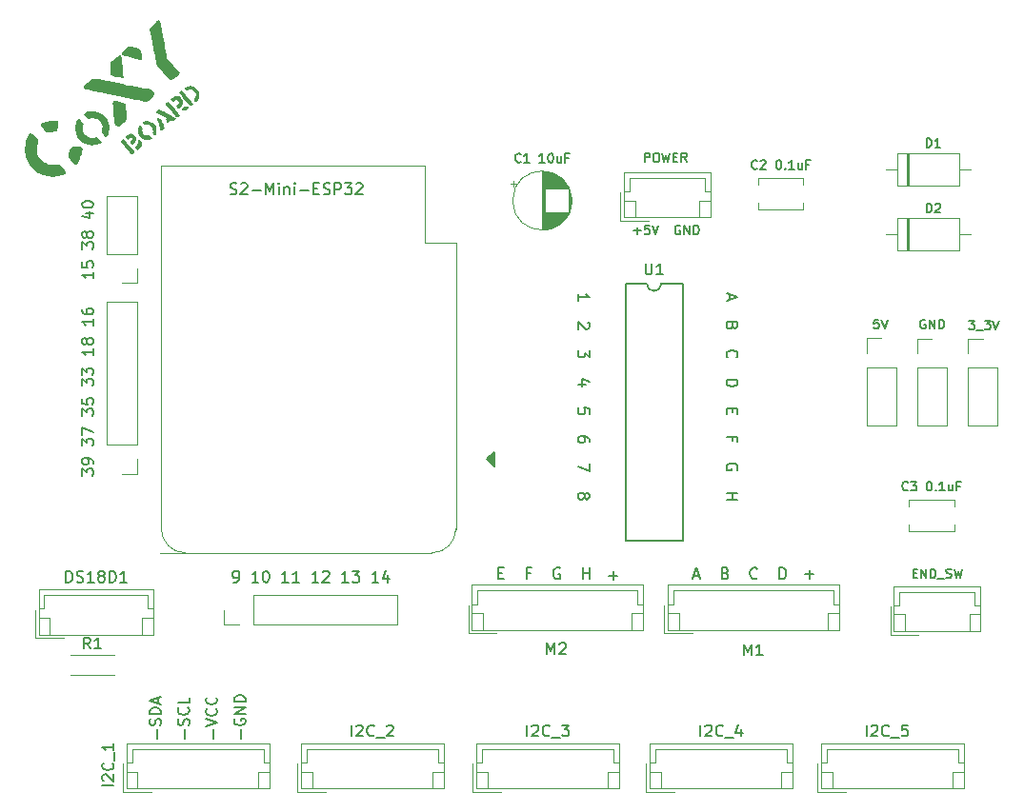
<source format=gbr>
%TF.GenerationSoftware,KiCad,Pcbnew,7.0.8*%
%TF.CreationDate,2024-02-29T15:37:24+01:00*%
%TF.ProjectId,COXY-V2,434f5859-2d56-4322-9e6b-696361645f70,rev?*%
%TF.SameCoordinates,Original*%
%TF.FileFunction,Legend,Top*%
%TF.FilePolarity,Positive*%
%FSLAX46Y46*%
G04 Gerber Fmt 4.6, Leading zero omitted, Abs format (unit mm)*
G04 Created by KiCad (PCBNEW 7.0.8) date 2024-02-29 15:37:24*
%MOMM*%
%LPD*%
G01*
G04 APERTURE LIST*
%ADD10C,0.150000*%
%ADD11C,0.200000*%
%ADD12C,0.127000*%
%ADD13C,0.120000*%
G04 APERTURE END LIST*
D10*
X115100000Y-92000000D02*
X115100000Y-92900000D01*
X120100000Y-92000000D02*
X120100000Y-92900000D01*
X122600000Y-92000000D02*
X122600000Y-92900000D01*
X117600000Y-92000000D02*
X117600000Y-92900000D01*
D11*
X117919600Y-91677945D02*
X117967219Y-91535088D01*
X117967219Y-91535088D02*
X117967219Y-91296993D01*
X117967219Y-91296993D02*
X117919600Y-91201755D01*
X117919600Y-91201755D02*
X117871980Y-91154136D01*
X117871980Y-91154136D02*
X117776742Y-91106517D01*
X117776742Y-91106517D02*
X117681504Y-91106517D01*
X117681504Y-91106517D02*
X117586266Y-91154136D01*
X117586266Y-91154136D02*
X117538647Y-91201755D01*
X117538647Y-91201755D02*
X117491028Y-91296993D01*
X117491028Y-91296993D02*
X117443409Y-91487469D01*
X117443409Y-91487469D02*
X117395790Y-91582707D01*
X117395790Y-91582707D02*
X117348171Y-91630326D01*
X117348171Y-91630326D02*
X117252933Y-91677945D01*
X117252933Y-91677945D02*
X117157695Y-91677945D01*
X117157695Y-91677945D02*
X117062457Y-91630326D01*
X117062457Y-91630326D02*
X117014838Y-91582707D01*
X117014838Y-91582707D02*
X116967219Y-91487469D01*
X116967219Y-91487469D02*
X116967219Y-91249374D01*
X116967219Y-91249374D02*
X117014838Y-91106517D01*
X117871980Y-90106517D02*
X117919600Y-90154136D01*
X117919600Y-90154136D02*
X117967219Y-90296993D01*
X117967219Y-90296993D02*
X117967219Y-90392231D01*
X117967219Y-90392231D02*
X117919600Y-90535088D01*
X117919600Y-90535088D02*
X117824361Y-90630326D01*
X117824361Y-90630326D02*
X117729123Y-90677945D01*
X117729123Y-90677945D02*
X117538647Y-90725564D01*
X117538647Y-90725564D02*
X117395790Y-90725564D01*
X117395790Y-90725564D02*
X117205314Y-90677945D01*
X117205314Y-90677945D02*
X117110076Y-90630326D01*
X117110076Y-90630326D02*
X117014838Y-90535088D01*
X117014838Y-90535088D02*
X116967219Y-90392231D01*
X116967219Y-90392231D02*
X116967219Y-90296993D01*
X116967219Y-90296993D02*
X117014838Y-90154136D01*
X117014838Y-90154136D02*
X117062457Y-90106517D01*
X117967219Y-89201755D02*
X117967219Y-89677945D01*
X117967219Y-89677945D02*
X116967219Y-89677945D01*
X145474435Y-78143409D02*
X145814435Y-78143409D01*
X145960149Y-78667219D02*
X145474435Y-78667219D01*
X145474435Y-78667219D02*
X145474435Y-77667219D01*
X145474435Y-77667219D02*
X145960149Y-77667219D01*
X148291578Y-78143409D02*
X147951578Y-78143409D01*
X147951578Y-78667219D02*
X147951578Y-77667219D01*
X147951578Y-77667219D02*
X148437292Y-77667219D01*
X150914435Y-77714838D02*
X150817293Y-77667219D01*
X150817293Y-77667219D02*
X150671578Y-77667219D01*
X150671578Y-77667219D02*
X150525864Y-77714838D01*
X150525864Y-77714838D02*
X150428721Y-77810076D01*
X150428721Y-77810076D02*
X150380150Y-77905314D01*
X150380150Y-77905314D02*
X150331578Y-78095790D01*
X150331578Y-78095790D02*
X150331578Y-78238647D01*
X150331578Y-78238647D02*
X150380150Y-78429123D01*
X150380150Y-78429123D02*
X150428721Y-78524361D01*
X150428721Y-78524361D02*
X150525864Y-78619600D01*
X150525864Y-78619600D02*
X150671578Y-78667219D01*
X150671578Y-78667219D02*
X150768721Y-78667219D01*
X150768721Y-78667219D02*
X150914435Y-78619600D01*
X150914435Y-78619600D02*
X150963007Y-78571980D01*
X150963007Y-78571980D02*
X150963007Y-78238647D01*
X150963007Y-78238647D02*
X150768721Y-78238647D01*
X152954436Y-78667219D02*
X152954436Y-77667219D01*
X152954436Y-78143409D02*
X153537293Y-78143409D01*
X153537293Y-78667219D02*
X153537293Y-77667219D01*
D10*
X161608207Y-47232390D02*
X161532017Y-47194295D01*
X161532017Y-47194295D02*
X161417731Y-47194295D01*
X161417731Y-47194295D02*
X161303445Y-47232390D01*
X161303445Y-47232390D02*
X161227255Y-47308580D01*
X161227255Y-47308580D02*
X161189160Y-47384771D01*
X161189160Y-47384771D02*
X161151064Y-47537152D01*
X161151064Y-47537152D02*
X161151064Y-47651438D01*
X161151064Y-47651438D02*
X161189160Y-47803819D01*
X161189160Y-47803819D02*
X161227255Y-47880009D01*
X161227255Y-47880009D02*
X161303445Y-47956200D01*
X161303445Y-47956200D02*
X161417731Y-47994295D01*
X161417731Y-47994295D02*
X161493922Y-47994295D01*
X161493922Y-47994295D02*
X161608207Y-47956200D01*
X161608207Y-47956200D02*
X161646303Y-47918104D01*
X161646303Y-47918104D02*
X161646303Y-47651438D01*
X161646303Y-47651438D02*
X161493922Y-47651438D01*
X161989160Y-47994295D02*
X161989160Y-47194295D01*
X161989160Y-47194295D02*
X162446303Y-47994295D01*
X162446303Y-47994295D02*
X162446303Y-47194295D01*
X162827255Y-47994295D02*
X162827255Y-47194295D01*
X162827255Y-47194295D02*
X163017731Y-47194295D01*
X163017731Y-47194295D02*
X163132017Y-47232390D01*
X163132017Y-47232390D02*
X163208207Y-47308580D01*
X163208207Y-47308580D02*
X163246302Y-47384771D01*
X163246302Y-47384771D02*
X163284398Y-47537152D01*
X163284398Y-47537152D02*
X163284398Y-47651438D01*
X163284398Y-47651438D02*
X163246302Y-47803819D01*
X163246302Y-47803819D02*
X163208207Y-47880009D01*
X163208207Y-47880009D02*
X163132017Y-47956200D01*
X163132017Y-47956200D02*
X163017731Y-47994295D01*
X163017731Y-47994295D02*
X162827255Y-47994295D01*
D11*
X119467219Y-91773183D02*
X120467219Y-91439850D01*
X120467219Y-91439850D02*
X119467219Y-91106517D01*
X120371980Y-90201755D02*
X120419600Y-90249374D01*
X120419600Y-90249374D02*
X120467219Y-90392231D01*
X120467219Y-90392231D02*
X120467219Y-90487469D01*
X120467219Y-90487469D02*
X120419600Y-90630326D01*
X120419600Y-90630326D02*
X120324361Y-90725564D01*
X120324361Y-90725564D02*
X120229123Y-90773183D01*
X120229123Y-90773183D02*
X120038647Y-90820802D01*
X120038647Y-90820802D02*
X119895790Y-90820802D01*
X119895790Y-90820802D02*
X119705314Y-90773183D01*
X119705314Y-90773183D02*
X119610076Y-90725564D01*
X119610076Y-90725564D02*
X119514838Y-90630326D01*
X119514838Y-90630326D02*
X119467219Y-90487469D01*
X119467219Y-90487469D02*
X119467219Y-90392231D01*
X119467219Y-90392231D02*
X119514838Y-90249374D01*
X119514838Y-90249374D02*
X119562457Y-90201755D01*
X120371980Y-89201755D02*
X120419600Y-89249374D01*
X120419600Y-89249374D02*
X120467219Y-89392231D01*
X120467219Y-89392231D02*
X120467219Y-89487469D01*
X120467219Y-89487469D02*
X120419600Y-89630326D01*
X120419600Y-89630326D02*
X120324361Y-89725564D01*
X120324361Y-89725564D02*
X120229123Y-89773183D01*
X120229123Y-89773183D02*
X120038647Y-89820802D01*
X120038647Y-89820802D02*
X119895790Y-89820802D01*
X119895790Y-89820802D02*
X119705314Y-89773183D01*
X119705314Y-89773183D02*
X119610076Y-89725564D01*
X119610076Y-89725564D02*
X119514838Y-89630326D01*
X119514838Y-89630326D02*
X119467219Y-89487469D01*
X119467219Y-89487469D02*
X119467219Y-89392231D01*
X119467219Y-89392231D02*
X119514838Y-89249374D01*
X119514838Y-89249374D02*
X119562457Y-89201755D01*
X115419600Y-91677945D02*
X115467219Y-91535088D01*
X115467219Y-91535088D02*
X115467219Y-91296993D01*
X115467219Y-91296993D02*
X115419600Y-91201755D01*
X115419600Y-91201755D02*
X115371980Y-91154136D01*
X115371980Y-91154136D02*
X115276742Y-91106517D01*
X115276742Y-91106517D02*
X115181504Y-91106517D01*
X115181504Y-91106517D02*
X115086266Y-91154136D01*
X115086266Y-91154136D02*
X115038647Y-91201755D01*
X115038647Y-91201755D02*
X114991028Y-91296993D01*
X114991028Y-91296993D02*
X114943409Y-91487469D01*
X114943409Y-91487469D02*
X114895790Y-91582707D01*
X114895790Y-91582707D02*
X114848171Y-91630326D01*
X114848171Y-91630326D02*
X114752933Y-91677945D01*
X114752933Y-91677945D02*
X114657695Y-91677945D01*
X114657695Y-91677945D02*
X114562457Y-91630326D01*
X114562457Y-91630326D02*
X114514838Y-91582707D01*
X114514838Y-91582707D02*
X114467219Y-91487469D01*
X114467219Y-91487469D02*
X114467219Y-91249374D01*
X114467219Y-91249374D02*
X114514838Y-91106517D01*
X115467219Y-90677945D02*
X114467219Y-90677945D01*
X114467219Y-90677945D02*
X114467219Y-90439850D01*
X114467219Y-90439850D02*
X114514838Y-90296993D01*
X114514838Y-90296993D02*
X114610076Y-90201755D01*
X114610076Y-90201755D02*
X114705314Y-90154136D01*
X114705314Y-90154136D02*
X114895790Y-90106517D01*
X114895790Y-90106517D02*
X115038647Y-90106517D01*
X115038647Y-90106517D02*
X115229123Y-90154136D01*
X115229123Y-90154136D02*
X115324361Y-90201755D01*
X115324361Y-90201755D02*
X115419600Y-90296993D01*
X115419600Y-90296993D02*
X115467219Y-90439850D01*
X115467219Y-90439850D02*
X115467219Y-90677945D01*
X115181504Y-89725564D02*
X115181504Y-89249374D01*
X115467219Y-89820802D02*
X114467219Y-89487469D01*
X114467219Y-89487469D02*
X115467219Y-89154136D01*
X152532780Y-53908720D02*
X152532780Y-53325863D01*
X152532780Y-53617292D02*
X153532780Y-53617292D01*
X153532780Y-53617292D02*
X153389923Y-53520149D01*
X153389923Y-53520149D02*
X153294685Y-53423006D01*
X153294685Y-53423006D02*
X153247066Y-53325863D01*
X153437542Y-55851578D02*
X153485161Y-55900150D01*
X153485161Y-55900150D02*
X153532780Y-55997293D01*
X153532780Y-55997293D02*
X153532780Y-56240150D01*
X153532780Y-56240150D02*
X153485161Y-56337293D01*
X153485161Y-56337293D02*
X153437542Y-56385864D01*
X153437542Y-56385864D02*
X153342304Y-56434435D01*
X153342304Y-56434435D02*
X153247066Y-56434435D01*
X153247066Y-56434435D02*
X153104209Y-56385864D01*
X153104209Y-56385864D02*
X152532780Y-55803007D01*
X152532780Y-55803007D02*
X152532780Y-56434435D01*
X153532780Y-58328722D02*
X153532780Y-58960150D01*
X153532780Y-58960150D02*
X153151828Y-58620150D01*
X153151828Y-58620150D02*
X153151828Y-58765865D01*
X153151828Y-58765865D02*
X153104209Y-58863008D01*
X153104209Y-58863008D02*
X153056590Y-58911579D01*
X153056590Y-58911579D02*
X152961352Y-58960150D01*
X152961352Y-58960150D02*
X152723257Y-58960150D01*
X152723257Y-58960150D02*
X152628019Y-58911579D01*
X152628019Y-58911579D02*
X152580400Y-58863008D01*
X152580400Y-58863008D02*
X152532780Y-58765865D01*
X152532780Y-58765865D02*
X152532780Y-58474436D01*
X152532780Y-58474436D02*
X152580400Y-58377293D01*
X152580400Y-58377293D02*
X152628019Y-58328722D01*
X153199447Y-61388723D02*
X152532780Y-61388723D01*
X153580400Y-61145865D02*
X152866114Y-60903008D01*
X152866114Y-60903008D02*
X152866114Y-61534437D01*
X153532780Y-63963009D02*
X153532780Y-63477295D01*
X153532780Y-63477295D02*
X153056590Y-63428723D01*
X153056590Y-63428723D02*
X153104209Y-63477295D01*
X153104209Y-63477295D02*
X153151828Y-63574438D01*
X153151828Y-63574438D02*
X153151828Y-63817295D01*
X153151828Y-63817295D02*
X153104209Y-63914438D01*
X153104209Y-63914438D02*
X153056590Y-63963009D01*
X153056590Y-63963009D02*
X152961352Y-64011580D01*
X152961352Y-64011580D02*
X152723257Y-64011580D01*
X152723257Y-64011580D02*
X152628019Y-63963009D01*
X152628019Y-63963009D02*
X152580400Y-63914438D01*
X152580400Y-63914438D02*
X152532780Y-63817295D01*
X152532780Y-63817295D02*
X152532780Y-63574438D01*
X152532780Y-63574438D02*
X152580400Y-63477295D01*
X152580400Y-63477295D02*
X152628019Y-63428723D01*
X153532780Y-66440153D02*
X153532780Y-66245867D01*
X153532780Y-66245867D02*
X153485161Y-66148724D01*
X153485161Y-66148724D02*
X153437542Y-66100153D01*
X153437542Y-66100153D02*
X153294685Y-66003010D01*
X153294685Y-66003010D02*
X153104209Y-65954438D01*
X153104209Y-65954438D02*
X152723257Y-65954438D01*
X152723257Y-65954438D02*
X152628019Y-66003010D01*
X152628019Y-66003010D02*
X152580400Y-66051581D01*
X152580400Y-66051581D02*
X152532780Y-66148724D01*
X152532780Y-66148724D02*
X152532780Y-66343010D01*
X152532780Y-66343010D02*
X152580400Y-66440153D01*
X152580400Y-66440153D02*
X152628019Y-66488724D01*
X152628019Y-66488724D02*
X152723257Y-66537295D01*
X152723257Y-66537295D02*
X152961352Y-66537295D01*
X152961352Y-66537295D02*
X153056590Y-66488724D01*
X153056590Y-66488724D02*
X153104209Y-66440153D01*
X153104209Y-66440153D02*
X153151828Y-66343010D01*
X153151828Y-66343010D02*
X153151828Y-66148724D01*
X153151828Y-66148724D02*
X153104209Y-66051581D01*
X153104209Y-66051581D02*
X153056590Y-66003010D01*
X153056590Y-66003010D02*
X152961352Y-65954438D01*
X153532780Y-68431582D02*
X153532780Y-69111582D01*
X153532780Y-69111582D02*
X152532780Y-68674439D01*
X153104209Y-71200154D02*
X153151828Y-71103011D01*
X153151828Y-71103011D02*
X153199447Y-71054440D01*
X153199447Y-71054440D02*
X153294685Y-71005868D01*
X153294685Y-71005868D02*
X153342304Y-71005868D01*
X153342304Y-71005868D02*
X153437542Y-71054440D01*
X153437542Y-71054440D02*
X153485161Y-71103011D01*
X153485161Y-71103011D02*
X153532780Y-71200154D01*
X153532780Y-71200154D02*
X153532780Y-71394440D01*
X153532780Y-71394440D02*
X153485161Y-71491583D01*
X153485161Y-71491583D02*
X153437542Y-71540154D01*
X153437542Y-71540154D02*
X153342304Y-71588725D01*
X153342304Y-71588725D02*
X153294685Y-71588725D01*
X153294685Y-71588725D02*
X153199447Y-71540154D01*
X153199447Y-71540154D02*
X153151828Y-71491583D01*
X153151828Y-71491583D02*
X153104209Y-71394440D01*
X153104209Y-71394440D02*
X153104209Y-71200154D01*
X153104209Y-71200154D02*
X153056590Y-71103011D01*
X153056590Y-71103011D02*
X153008971Y-71054440D01*
X153008971Y-71054440D02*
X152913733Y-71005868D01*
X152913733Y-71005868D02*
X152723257Y-71005868D01*
X152723257Y-71005868D02*
X152628019Y-71054440D01*
X152628019Y-71054440D02*
X152580400Y-71103011D01*
X152580400Y-71103011D02*
X152532780Y-71200154D01*
X152532780Y-71200154D02*
X152532780Y-71394440D01*
X152532780Y-71394440D02*
X152580400Y-71491583D01*
X152580400Y-71491583D02*
X152628019Y-71540154D01*
X152628019Y-71540154D02*
X152723257Y-71588725D01*
X152723257Y-71588725D02*
X152913733Y-71588725D01*
X152913733Y-71588725D02*
X153008971Y-71540154D01*
X153008971Y-71540154D02*
X153056590Y-71491583D01*
X153056590Y-71491583D02*
X153104209Y-71394440D01*
X162825863Y-78381504D02*
X163311578Y-78381504D01*
X162728720Y-78667219D02*
X163068720Y-77667219D01*
X163068720Y-77667219D02*
X163408720Y-78667219D01*
X165643007Y-78143409D02*
X165788721Y-78191028D01*
X165788721Y-78191028D02*
X165837292Y-78238647D01*
X165837292Y-78238647D02*
X165885864Y-78333885D01*
X165885864Y-78333885D02*
X165885864Y-78476742D01*
X165885864Y-78476742D02*
X165837292Y-78571980D01*
X165837292Y-78571980D02*
X165788721Y-78619600D01*
X165788721Y-78619600D02*
X165691578Y-78667219D01*
X165691578Y-78667219D02*
X165303007Y-78667219D01*
X165303007Y-78667219D02*
X165303007Y-77667219D01*
X165303007Y-77667219D02*
X165643007Y-77667219D01*
X165643007Y-77667219D02*
X165740150Y-77714838D01*
X165740150Y-77714838D02*
X165788721Y-77762457D01*
X165788721Y-77762457D02*
X165837292Y-77857695D01*
X165837292Y-77857695D02*
X165837292Y-77952933D01*
X165837292Y-77952933D02*
X165788721Y-78048171D01*
X165788721Y-78048171D02*
X165740150Y-78095790D01*
X165740150Y-78095790D02*
X165643007Y-78143409D01*
X165643007Y-78143409D02*
X165303007Y-78143409D01*
X168460150Y-78571980D02*
X168411578Y-78619600D01*
X168411578Y-78619600D02*
X168265864Y-78667219D01*
X168265864Y-78667219D02*
X168168721Y-78667219D01*
X168168721Y-78667219D02*
X168023007Y-78619600D01*
X168023007Y-78619600D02*
X167925864Y-78524361D01*
X167925864Y-78524361D02*
X167877293Y-78429123D01*
X167877293Y-78429123D02*
X167828721Y-78238647D01*
X167828721Y-78238647D02*
X167828721Y-78095790D01*
X167828721Y-78095790D02*
X167877293Y-77905314D01*
X167877293Y-77905314D02*
X167925864Y-77810076D01*
X167925864Y-77810076D02*
X168023007Y-77714838D01*
X168023007Y-77714838D02*
X168168721Y-77667219D01*
X168168721Y-77667219D02*
X168265864Y-77667219D01*
X168265864Y-77667219D02*
X168411578Y-77714838D01*
X168411578Y-77714838D02*
X168460150Y-77762457D01*
X170451579Y-78667219D02*
X170451579Y-77667219D01*
X170451579Y-77667219D02*
X170694436Y-77667219D01*
X170694436Y-77667219D02*
X170840150Y-77714838D01*
X170840150Y-77714838D02*
X170937293Y-77810076D01*
X170937293Y-77810076D02*
X170985864Y-77905314D01*
X170985864Y-77905314D02*
X171034436Y-78095790D01*
X171034436Y-78095790D02*
X171034436Y-78238647D01*
X171034436Y-78238647D02*
X170985864Y-78429123D01*
X170985864Y-78429123D02*
X170937293Y-78524361D01*
X170937293Y-78524361D02*
X170840150Y-78619600D01*
X170840150Y-78619600D02*
X170694436Y-78667219D01*
X170694436Y-78667219D02*
X170451579Y-78667219D01*
D10*
X157489160Y-47689533D02*
X158098684Y-47689533D01*
X157793922Y-47994295D02*
X157793922Y-47384771D01*
X158860588Y-47194295D02*
X158479636Y-47194295D01*
X158479636Y-47194295D02*
X158441540Y-47575247D01*
X158441540Y-47575247D02*
X158479636Y-47537152D01*
X158479636Y-47537152D02*
X158555826Y-47499057D01*
X158555826Y-47499057D02*
X158746302Y-47499057D01*
X158746302Y-47499057D02*
X158822493Y-47537152D01*
X158822493Y-47537152D02*
X158860588Y-47575247D01*
X158860588Y-47575247D02*
X158898683Y-47651438D01*
X158898683Y-47651438D02*
X158898683Y-47841914D01*
X158898683Y-47841914D02*
X158860588Y-47918104D01*
X158860588Y-47918104D02*
X158822493Y-47956200D01*
X158822493Y-47956200D02*
X158746302Y-47994295D01*
X158746302Y-47994295D02*
X158555826Y-47994295D01*
X158555826Y-47994295D02*
X158479636Y-47956200D01*
X158479636Y-47956200D02*
X158441540Y-47918104D01*
X159127255Y-47194295D02*
X159393922Y-47994295D01*
X159393922Y-47994295D02*
X159660588Y-47194295D01*
D11*
X155663733Y-77969673D02*
X155663733Y-78731578D01*
X155282780Y-78350625D02*
X156044685Y-78350625D01*
X122014838Y-91106517D02*
X121967219Y-91201755D01*
X121967219Y-91201755D02*
X121967219Y-91344612D01*
X121967219Y-91344612D02*
X122014838Y-91487469D01*
X122014838Y-91487469D02*
X122110076Y-91582707D01*
X122110076Y-91582707D02*
X122205314Y-91630326D01*
X122205314Y-91630326D02*
X122395790Y-91677945D01*
X122395790Y-91677945D02*
X122538647Y-91677945D01*
X122538647Y-91677945D02*
X122729123Y-91630326D01*
X122729123Y-91630326D02*
X122824361Y-91582707D01*
X122824361Y-91582707D02*
X122919600Y-91487469D01*
X122919600Y-91487469D02*
X122967219Y-91344612D01*
X122967219Y-91344612D02*
X122967219Y-91249374D01*
X122967219Y-91249374D02*
X122919600Y-91106517D01*
X122919600Y-91106517D02*
X122871980Y-91058898D01*
X122871980Y-91058898D02*
X122538647Y-91058898D01*
X122538647Y-91058898D02*
X122538647Y-91249374D01*
X122967219Y-90630326D02*
X121967219Y-90630326D01*
X121967219Y-90630326D02*
X122967219Y-90058898D01*
X122967219Y-90058898D02*
X121967219Y-90058898D01*
X122967219Y-89582707D02*
X121967219Y-89582707D01*
X121967219Y-89582707D02*
X121967219Y-89344612D01*
X121967219Y-89344612D02*
X122014838Y-89201755D01*
X122014838Y-89201755D02*
X122110076Y-89106517D01*
X122110076Y-89106517D02*
X122205314Y-89058898D01*
X122205314Y-89058898D02*
X122395790Y-89011279D01*
X122395790Y-89011279D02*
X122538647Y-89011279D01*
X122538647Y-89011279D02*
X122729123Y-89058898D01*
X122729123Y-89058898D02*
X122824361Y-89106517D01*
X122824361Y-89106517D02*
X122919600Y-89201755D01*
X122919600Y-89201755D02*
X122967219Y-89344612D01*
X122967219Y-89344612D02*
X122967219Y-89582707D01*
X166018495Y-53325863D02*
X166018495Y-53811578D01*
X165732780Y-53228720D02*
X166732780Y-53568720D01*
X166732780Y-53568720D02*
X165732780Y-53908720D01*
X166256590Y-56143007D02*
X166208971Y-56288721D01*
X166208971Y-56288721D02*
X166161352Y-56337292D01*
X166161352Y-56337292D02*
X166066114Y-56385864D01*
X166066114Y-56385864D02*
X165923257Y-56385864D01*
X165923257Y-56385864D02*
X165828019Y-56337292D01*
X165828019Y-56337292D02*
X165780400Y-56288721D01*
X165780400Y-56288721D02*
X165732780Y-56191578D01*
X165732780Y-56191578D02*
X165732780Y-55803007D01*
X165732780Y-55803007D02*
X166732780Y-55803007D01*
X166732780Y-55803007D02*
X166732780Y-56143007D01*
X166732780Y-56143007D02*
X166685161Y-56240150D01*
X166685161Y-56240150D02*
X166637542Y-56288721D01*
X166637542Y-56288721D02*
X166542304Y-56337292D01*
X166542304Y-56337292D02*
X166447066Y-56337292D01*
X166447066Y-56337292D02*
X166351828Y-56288721D01*
X166351828Y-56288721D02*
X166304209Y-56240150D01*
X166304209Y-56240150D02*
X166256590Y-56143007D01*
X166256590Y-56143007D02*
X166256590Y-55803007D01*
X165828019Y-58960150D02*
X165780400Y-58911578D01*
X165780400Y-58911578D02*
X165732780Y-58765864D01*
X165732780Y-58765864D02*
X165732780Y-58668721D01*
X165732780Y-58668721D02*
X165780400Y-58523007D01*
X165780400Y-58523007D02*
X165875638Y-58425864D01*
X165875638Y-58425864D02*
X165970876Y-58377293D01*
X165970876Y-58377293D02*
X166161352Y-58328721D01*
X166161352Y-58328721D02*
X166304209Y-58328721D01*
X166304209Y-58328721D02*
X166494685Y-58377293D01*
X166494685Y-58377293D02*
X166589923Y-58425864D01*
X166589923Y-58425864D02*
X166685161Y-58523007D01*
X166685161Y-58523007D02*
X166732780Y-58668721D01*
X166732780Y-58668721D02*
X166732780Y-58765864D01*
X166732780Y-58765864D02*
X166685161Y-58911578D01*
X166685161Y-58911578D02*
X166637542Y-58960150D01*
X165732780Y-60951579D02*
X166732780Y-60951579D01*
X166732780Y-60951579D02*
X166732780Y-61194436D01*
X166732780Y-61194436D02*
X166685161Y-61340150D01*
X166685161Y-61340150D02*
X166589923Y-61437293D01*
X166589923Y-61437293D02*
X166494685Y-61485864D01*
X166494685Y-61485864D02*
X166304209Y-61534436D01*
X166304209Y-61534436D02*
X166161352Y-61534436D01*
X166161352Y-61534436D02*
X165970876Y-61485864D01*
X165970876Y-61485864D02*
X165875638Y-61437293D01*
X165875638Y-61437293D02*
X165780400Y-61340150D01*
X165780400Y-61340150D02*
X165732780Y-61194436D01*
X165732780Y-61194436D02*
X165732780Y-60951579D01*
X166256590Y-63525865D02*
X166256590Y-63865865D01*
X165732780Y-64011579D02*
X165732780Y-63525865D01*
X165732780Y-63525865D02*
X166732780Y-63525865D01*
X166732780Y-63525865D02*
X166732780Y-64011579D01*
X166256590Y-66343008D02*
X166256590Y-66003008D01*
X165732780Y-66003008D02*
X166732780Y-66003008D01*
X166732780Y-66003008D02*
X166732780Y-66488722D01*
X166685161Y-68965865D02*
X166732780Y-68868723D01*
X166732780Y-68868723D02*
X166732780Y-68723008D01*
X166732780Y-68723008D02*
X166685161Y-68577294D01*
X166685161Y-68577294D02*
X166589923Y-68480151D01*
X166589923Y-68480151D02*
X166494685Y-68431580D01*
X166494685Y-68431580D02*
X166304209Y-68383008D01*
X166304209Y-68383008D02*
X166161352Y-68383008D01*
X166161352Y-68383008D02*
X165970876Y-68431580D01*
X165970876Y-68431580D02*
X165875638Y-68480151D01*
X165875638Y-68480151D02*
X165780400Y-68577294D01*
X165780400Y-68577294D02*
X165732780Y-68723008D01*
X165732780Y-68723008D02*
X165732780Y-68820151D01*
X165732780Y-68820151D02*
X165780400Y-68965865D01*
X165780400Y-68965865D02*
X165828019Y-69014437D01*
X165828019Y-69014437D02*
X166161352Y-69014437D01*
X166161352Y-69014437D02*
X166161352Y-68820151D01*
X165732780Y-71005866D02*
X166732780Y-71005866D01*
X166256590Y-71005866D02*
X166256590Y-71588723D01*
X165732780Y-71588723D02*
X166732780Y-71588723D01*
X173113733Y-77869673D02*
X173113733Y-78631578D01*
X172732780Y-78250625D02*
X173494685Y-78250625D01*
D10*
X158528095Y-50594819D02*
X158528095Y-51404342D01*
X158528095Y-51404342D02*
X158575714Y-51499580D01*
X158575714Y-51499580D02*
X158623333Y-51547200D01*
X158623333Y-51547200D02*
X158718571Y-51594819D01*
X158718571Y-51594819D02*
X158909047Y-51594819D01*
X158909047Y-51594819D02*
X159004285Y-51547200D01*
X159004285Y-51547200D02*
X159051904Y-51499580D01*
X159051904Y-51499580D02*
X159099523Y-51404342D01*
X159099523Y-51404342D02*
X159099523Y-50594819D01*
X160099523Y-51594819D02*
X159528095Y-51594819D01*
X159813809Y-51594819D02*
X159813809Y-50594819D01*
X159813809Y-50594819D02*
X159718571Y-50737676D01*
X159718571Y-50737676D02*
X159623333Y-50832914D01*
X159623333Y-50832914D02*
X159528095Y-50880533D01*
X121619048Y-44407200D02*
X121761905Y-44454819D01*
X121761905Y-44454819D02*
X122000000Y-44454819D01*
X122000000Y-44454819D02*
X122095238Y-44407200D01*
X122095238Y-44407200D02*
X122142857Y-44359580D01*
X122142857Y-44359580D02*
X122190476Y-44264342D01*
X122190476Y-44264342D02*
X122190476Y-44169104D01*
X122190476Y-44169104D02*
X122142857Y-44073866D01*
X122142857Y-44073866D02*
X122095238Y-44026247D01*
X122095238Y-44026247D02*
X122000000Y-43978628D01*
X122000000Y-43978628D02*
X121809524Y-43931009D01*
X121809524Y-43931009D02*
X121714286Y-43883390D01*
X121714286Y-43883390D02*
X121666667Y-43835771D01*
X121666667Y-43835771D02*
X121619048Y-43740533D01*
X121619048Y-43740533D02*
X121619048Y-43645295D01*
X121619048Y-43645295D02*
X121666667Y-43550057D01*
X121666667Y-43550057D02*
X121714286Y-43502438D01*
X121714286Y-43502438D02*
X121809524Y-43454819D01*
X121809524Y-43454819D02*
X122047619Y-43454819D01*
X122047619Y-43454819D02*
X122190476Y-43502438D01*
X122571429Y-43550057D02*
X122619048Y-43502438D01*
X122619048Y-43502438D02*
X122714286Y-43454819D01*
X122714286Y-43454819D02*
X122952381Y-43454819D01*
X122952381Y-43454819D02*
X123047619Y-43502438D01*
X123047619Y-43502438D02*
X123095238Y-43550057D01*
X123095238Y-43550057D02*
X123142857Y-43645295D01*
X123142857Y-43645295D02*
X123142857Y-43740533D01*
X123142857Y-43740533D02*
X123095238Y-43883390D01*
X123095238Y-43883390D02*
X122523810Y-44454819D01*
X122523810Y-44454819D02*
X123142857Y-44454819D01*
X123571429Y-44073866D02*
X124333334Y-44073866D01*
X124809524Y-44454819D02*
X124809524Y-43454819D01*
X124809524Y-43454819D02*
X125142857Y-44169104D01*
X125142857Y-44169104D02*
X125476190Y-43454819D01*
X125476190Y-43454819D02*
X125476190Y-44454819D01*
X125952381Y-44454819D02*
X125952381Y-43788152D01*
X125952381Y-43454819D02*
X125904762Y-43502438D01*
X125904762Y-43502438D02*
X125952381Y-43550057D01*
X125952381Y-43550057D02*
X126000000Y-43502438D01*
X126000000Y-43502438D02*
X125952381Y-43454819D01*
X125952381Y-43454819D02*
X125952381Y-43550057D01*
X126428571Y-43788152D02*
X126428571Y-44454819D01*
X126428571Y-43883390D02*
X126476190Y-43835771D01*
X126476190Y-43835771D02*
X126571428Y-43788152D01*
X126571428Y-43788152D02*
X126714285Y-43788152D01*
X126714285Y-43788152D02*
X126809523Y-43835771D01*
X126809523Y-43835771D02*
X126857142Y-43931009D01*
X126857142Y-43931009D02*
X126857142Y-44454819D01*
X127333333Y-44454819D02*
X127333333Y-43788152D01*
X127333333Y-43454819D02*
X127285714Y-43502438D01*
X127285714Y-43502438D02*
X127333333Y-43550057D01*
X127333333Y-43550057D02*
X127380952Y-43502438D01*
X127380952Y-43502438D02*
X127333333Y-43454819D01*
X127333333Y-43454819D02*
X127333333Y-43550057D01*
X127809523Y-44073866D02*
X128571428Y-44073866D01*
X129047618Y-43931009D02*
X129380951Y-43931009D01*
X129523808Y-44454819D02*
X129047618Y-44454819D01*
X129047618Y-44454819D02*
X129047618Y-43454819D01*
X129047618Y-43454819D02*
X129523808Y-43454819D01*
X129904761Y-44407200D02*
X130047618Y-44454819D01*
X130047618Y-44454819D02*
X130285713Y-44454819D01*
X130285713Y-44454819D02*
X130380951Y-44407200D01*
X130380951Y-44407200D02*
X130428570Y-44359580D01*
X130428570Y-44359580D02*
X130476189Y-44264342D01*
X130476189Y-44264342D02*
X130476189Y-44169104D01*
X130476189Y-44169104D02*
X130428570Y-44073866D01*
X130428570Y-44073866D02*
X130380951Y-44026247D01*
X130380951Y-44026247D02*
X130285713Y-43978628D01*
X130285713Y-43978628D02*
X130095237Y-43931009D01*
X130095237Y-43931009D02*
X129999999Y-43883390D01*
X129999999Y-43883390D02*
X129952380Y-43835771D01*
X129952380Y-43835771D02*
X129904761Y-43740533D01*
X129904761Y-43740533D02*
X129904761Y-43645295D01*
X129904761Y-43645295D02*
X129952380Y-43550057D01*
X129952380Y-43550057D02*
X129999999Y-43502438D01*
X129999999Y-43502438D02*
X130095237Y-43454819D01*
X130095237Y-43454819D02*
X130333332Y-43454819D01*
X130333332Y-43454819D02*
X130476189Y-43502438D01*
X130904761Y-44454819D02*
X130904761Y-43454819D01*
X130904761Y-43454819D02*
X131285713Y-43454819D01*
X131285713Y-43454819D02*
X131380951Y-43502438D01*
X131380951Y-43502438D02*
X131428570Y-43550057D01*
X131428570Y-43550057D02*
X131476189Y-43645295D01*
X131476189Y-43645295D02*
X131476189Y-43788152D01*
X131476189Y-43788152D02*
X131428570Y-43883390D01*
X131428570Y-43883390D02*
X131380951Y-43931009D01*
X131380951Y-43931009D02*
X131285713Y-43978628D01*
X131285713Y-43978628D02*
X130904761Y-43978628D01*
X131809523Y-43454819D02*
X132428570Y-43454819D01*
X132428570Y-43454819D02*
X132095237Y-43835771D01*
X132095237Y-43835771D02*
X132238094Y-43835771D01*
X132238094Y-43835771D02*
X132333332Y-43883390D01*
X132333332Y-43883390D02*
X132380951Y-43931009D01*
X132380951Y-43931009D02*
X132428570Y-44026247D01*
X132428570Y-44026247D02*
X132428570Y-44264342D01*
X132428570Y-44264342D02*
X132380951Y-44359580D01*
X132380951Y-44359580D02*
X132333332Y-44407200D01*
X132333332Y-44407200D02*
X132238094Y-44454819D01*
X132238094Y-44454819D02*
X131952380Y-44454819D01*
X131952380Y-44454819D02*
X131857142Y-44407200D01*
X131857142Y-44407200D02*
X131809523Y-44359580D01*
X132809523Y-43550057D02*
X132857142Y-43502438D01*
X132857142Y-43502438D02*
X132952380Y-43454819D01*
X132952380Y-43454819D02*
X133190475Y-43454819D01*
X133190475Y-43454819D02*
X133285713Y-43502438D01*
X133285713Y-43502438D02*
X133333332Y-43550057D01*
X133333332Y-43550057D02*
X133380951Y-43645295D01*
X133380951Y-43645295D02*
X133380951Y-43740533D01*
X133380951Y-43740533D02*
X133333332Y-43883390D01*
X133333332Y-43883390D02*
X132761904Y-44454819D01*
X132761904Y-44454819D02*
X133380951Y-44454819D01*
X109193333Y-84854819D02*
X108860000Y-84378628D01*
X108621905Y-84854819D02*
X108621905Y-83854819D01*
X108621905Y-83854819D02*
X109002857Y-83854819D01*
X109002857Y-83854819D02*
X109098095Y-83902438D01*
X109098095Y-83902438D02*
X109145714Y-83950057D01*
X109145714Y-83950057D02*
X109193333Y-84045295D01*
X109193333Y-84045295D02*
X109193333Y-84188152D01*
X109193333Y-84188152D02*
X109145714Y-84283390D01*
X109145714Y-84283390D02*
X109098095Y-84331009D01*
X109098095Y-84331009D02*
X109002857Y-84378628D01*
X109002857Y-84378628D02*
X108621905Y-84378628D01*
X110145714Y-84854819D02*
X109574286Y-84854819D01*
X109860000Y-84854819D02*
X109860000Y-83854819D01*
X109860000Y-83854819D02*
X109764762Y-83997676D01*
X109764762Y-83997676D02*
X109669524Y-84092914D01*
X109669524Y-84092914D02*
X109574286Y-84140533D01*
X158452381Y-41562295D02*
X158452381Y-40762295D01*
X158452381Y-40762295D02*
X158757143Y-40762295D01*
X158757143Y-40762295D02*
X158833333Y-40800390D01*
X158833333Y-40800390D02*
X158871428Y-40838485D01*
X158871428Y-40838485D02*
X158909524Y-40914676D01*
X158909524Y-40914676D02*
X158909524Y-41028961D01*
X158909524Y-41028961D02*
X158871428Y-41105152D01*
X158871428Y-41105152D02*
X158833333Y-41143247D01*
X158833333Y-41143247D02*
X158757143Y-41181342D01*
X158757143Y-41181342D02*
X158452381Y-41181342D01*
X159404762Y-40762295D02*
X159557143Y-40762295D01*
X159557143Y-40762295D02*
X159633333Y-40800390D01*
X159633333Y-40800390D02*
X159709524Y-40876580D01*
X159709524Y-40876580D02*
X159747619Y-41028961D01*
X159747619Y-41028961D02*
X159747619Y-41295628D01*
X159747619Y-41295628D02*
X159709524Y-41448009D01*
X159709524Y-41448009D02*
X159633333Y-41524200D01*
X159633333Y-41524200D02*
X159557143Y-41562295D01*
X159557143Y-41562295D02*
X159404762Y-41562295D01*
X159404762Y-41562295D02*
X159328571Y-41524200D01*
X159328571Y-41524200D02*
X159252381Y-41448009D01*
X159252381Y-41448009D02*
X159214285Y-41295628D01*
X159214285Y-41295628D02*
X159214285Y-41028961D01*
X159214285Y-41028961D02*
X159252381Y-40876580D01*
X159252381Y-40876580D02*
X159328571Y-40800390D01*
X159328571Y-40800390D02*
X159404762Y-40762295D01*
X160014285Y-40762295D02*
X160204761Y-41562295D01*
X160204761Y-41562295D02*
X160357142Y-40990866D01*
X160357142Y-40990866D02*
X160509523Y-41562295D01*
X160509523Y-41562295D02*
X160700000Y-40762295D01*
X161004762Y-41143247D02*
X161271428Y-41143247D01*
X161385714Y-41562295D02*
X161004762Y-41562295D01*
X161004762Y-41562295D02*
X161004762Y-40762295D01*
X161004762Y-40762295D02*
X161385714Y-40762295D01*
X162185715Y-41562295D02*
X161919048Y-41181342D01*
X161728572Y-41562295D02*
X161728572Y-40762295D01*
X161728572Y-40762295D02*
X162033334Y-40762295D01*
X162033334Y-40762295D02*
X162109524Y-40800390D01*
X162109524Y-40800390D02*
X162147619Y-40838485D01*
X162147619Y-40838485D02*
X162185715Y-40914676D01*
X162185715Y-40914676D02*
X162185715Y-41028961D01*
X162185715Y-41028961D02*
X162147619Y-41105152D01*
X162147619Y-41105152D02*
X162109524Y-41143247D01*
X162109524Y-41143247D02*
X162033334Y-41181342D01*
X162033334Y-41181342D02*
X161728572Y-41181342D01*
X149790476Y-85354819D02*
X149790476Y-84354819D01*
X149790476Y-84354819D02*
X150123809Y-85069104D01*
X150123809Y-85069104D02*
X150457142Y-84354819D01*
X150457142Y-84354819D02*
X150457142Y-85354819D01*
X150885714Y-84450057D02*
X150933333Y-84402438D01*
X150933333Y-84402438D02*
X151028571Y-84354819D01*
X151028571Y-84354819D02*
X151266666Y-84354819D01*
X151266666Y-84354819D02*
X151361904Y-84402438D01*
X151361904Y-84402438D02*
X151409523Y-84450057D01*
X151409523Y-84450057D02*
X151457142Y-84545295D01*
X151457142Y-84545295D02*
X151457142Y-84640533D01*
X151457142Y-84640533D02*
X151409523Y-84783390D01*
X151409523Y-84783390D02*
X150838095Y-85354819D01*
X150838095Y-85354819D02*
X151457142Y-85354819D01*
X167290476Y-85454819D02*
X167290476Y-84454819D01*
X167290476Y-84454819D02*
X167623809Y-85169104D01*
X167623809Y-85169104D02*
X167957142Y-84454819D01*
X167957142Y-84454819D02*
X167957142Y-85454819D01*
X168957142Y-85454819D02*
X168385714Y-85454819D01*
X168671428Y-85454819D02*
X168671428Y-84454819D01*
X168671428Y-84454819D02*
X168576190Y-84597676D01*
X168576190Y-84597676D02*
X168480952Y-84692914D01*
X168480952Y-84692914D02*
X168385714Y-84740533D01*
X183390476Y-55625390D02*
X183314286Y-55587295D01*
X183314286Y-55587295D02*
X183200000Y-55587295D01*
X183200000Y-55587295D02*
X183085714Y-55625390D01*
X183085714Y-55625390D02*
X183009524Y-55701580D01*
X183009524Y-55701580D02*
X182971429Y-55777771D01*
X182971429Y-55777771D02*
X182933333Y-55930152D01*
X182933333Y-55930152D02*
X182933333Y-56044438D01*
X182933333Y-56044438D02*
X182971429Y-56196819D01*
X182971429Y-56196819D02*
X183009524Y-56273009D01*
X183009524Y-56273009D02*
X183085714Y-56349200D01*
X183085714Y-56349200D02*
X183200000Y-56387295D01*
X183200000Y-56387295D02*
X183276191Y-56387295D01*
X183276191Y-56387295D02*
X183390476Y-56349200D01*
X183390476Y-56349200D02*
X183428572Y-56311104D01*
X183428572Y-56311104D02*
X183428572Y-56044438D01*
X183428572Y-56044438D02*
X183276191Y-56044438D01*
X183771429Y-56387295D02*
X183771429Y-55587295D01*
X183771429Y-55587295D02*
X184228572Y-56387295D01*
X184228572Y-56387295D02*
X184228572Y-55587295D01*
X184609524Y-56387295D02*
X184609524Y-55587295D01*
X184609524Y-55587295D02*
X184800000Y-55587295D01*
X184800000Y-55587295D02*
X184914286Y-55625390D01*
X184914286Y-55625390D02*
X184990476Y-55701580D01*
X184990476Y-55701580D02*
X185028571Y-55777771D01*
X185028571Y-55777771D02*
X185066667Y-55930152D01*
X185066667Y-55930152D02*
X185066667Y-56044438D01*
X185066667Y-56044438D02*
X185028571Y-56196819D01*
X185028571Y-56196819D02*
X184990476Y-56273009D01*
X184990476Y-56273009D02*
X184914286Y-56349200D01*
X184914286Y-56349200D02*
X184800000Y-56387295D01*
X184800000Y-56387295D02*
X184609524Y-56387295D01*
X182316666Y-78143247D02*
X182583332Y-78143247D01*
X182697618Y-78562295D02*
X182316666Y-78562295D01*
X182316666Y-78562295D02*
X182316666Y-77762295D01*
X182316666Y-77762295D02*
X182697618Y-77762295D01*
X183040476Y-78562295D02*
X183040476Y-77762295D01*
X183040476Y-77762295D02*
X183497619Y-78562295D01*
X183497619Y-78562295D02*
X183497619Y-77762295D01*
X183878571Y-78562295D02*
X183878571Y-77762295D01*
X183878571Y-77762295D02*
X184069047Y-77762295D01*
X184069047Y-77762295D02*
X184183333Y-77800390D01*
X184183333Y-77800390D02*
X184259523Y-77876580D01*
X184259523Y-77876580D02*
X184297618Y-77952771D01*
X184297618Y-77952771D02*
X184335714Y-78105152D01*
X184335714Y-78105152D02*
X184335714Y-78219438D01*
X184335714Y-78219438D02*
X184297618Y-78371819D01*
X184297618Y-78371819D02*
X184259523Y-78448009D01*
X184259523Y-78448009D02*
X184183333Y-78524200D01*
X184183333Y-78524200D02*
X184069047Y-78562295D01*
X184069047Y-78562295D02*
X183878571Y-78562295D01*
X184488095Y-78638485D02*
X185097618Y-78638485D01*
X185249999Y-78524200D02*
X185364285Y-78562295D01*
X185364285Y-78562295D02*
X185554761Y-78562295D01*
X185554761Y-78562295D02*
X185630952Y-78524200D01*
X185630952Y-78524200D02*
X185669047Y-78486104D01*
X185669047Y-78486104D02*
X185707142Y-78409914D01*
X185707142Y-78409914D02*
X185707142Y-78333723D01*
X185707142Y-78333723D02*
X185669047Y-78257533D01*
X185669047Y-78257533D02*
X185630952Y-78219438D01*
X185630952Y-78219438D02*
X185554761Y-78181342D01*
X185554761Y-78181342D02*
X185402380Y-78143247D01*
X185402380Y-78143247D02*
X185326190Y-78105152D01*
X185326190Y-78105152D02*
X185288095Y-78067057D01*
X185288095Y-78067057D02*
X185249999Y-77990866D01*
X185249999Y-77990866D02*
X185249999Y-77914676D01*
X185249999Y-77914676D02*
X185288095Y-77838485D01*
X185288095Y-77838485D02*
X185326190Y-77800390D01*
X185326190Y-77800390D02*
X185402380Y-77762295D01*
X185402380Y-77762295D02*
X185592857Y-77762295D01*
X185592857Y-77762295D02*
X185707142Y-77800390D01*
X185973809Y-77762295D02*
X186164285Y-78562295D01*
X186164285Y-78562295D02*
X186316666Y-77990866D01*
X186316666Y-77990866D02*
X186469047Y-78562295D01*
X186469047Y-78562295D02*
X186659524Y-77762295D01*
X107033333Y-78954819D02*
X107033333Y-77954819D01*
X107033333Y-77954819D02*
X107271428Y-77954819D01*
X107271428Y-77954819D02*
X107414285Y-78002438D01*
X107414285Y-78002438D02*
X107509523Y-78097676D01*
X107509523Y-78097676D02*
X107557142Y-78192914D01*
X107557142Y-78192914D02*
X107604761Y-78383390D01*
X107604761Y-78383390D02*
X107604761Y-78526247D01*
X107604761Y-78526247D02*
X107557142Y-78716723D01*
X107557142Y-78716723D02*
X107509523Y-78811961D01*
X107509523Y-78811961D02*
X107414285Y-78907200D01*
X107414285Y-78907200D02*
X107271428Y-78954819D01*
X107271428Y-78954819D02*
X107033333Y-78954819D01*
X107985714Y-78907200D02*
X108128571Y-78954819D01*
X108128571Y-78954819D02*
X108366666Y-78954819D01*
X108366666Y-78954819D02*
X108461904Y-78907200D01*
X108461904Y-78907200D02*
X108509523Y-78859580D01*
X108509523Y-78859580D02*
X108557142Y-78764342D01*
X108557142Y-78764342D02*
X108557142Y-78669104D01*
X108557142Y-78669104D02*
X108509523Y-78573866D01*
X108509523Y-78573866D02*
X108461904Y-78526247D01*
X108461904Y-78526247D02*
X108366666Y-78478628D01*
X108366666Y-78478628D02*
X108176190Y-78431009D01*
X108176190Y-78431009D02*
X108080952Y-78383390D01*
X108080952Y-78383390D02*
X108033333Y-78335771D01*
X108033333Y-78335771D02*
X107985714Y-78240533D01*
X107985714Y-78240533D02*
X107985714Y-78145295D01*
X107985714Y-78145295D02*
X108033333Y-78050057D01*
X108033333Y-78050057D02*
X108080952Y-78002438D01*
X108080952Y-78002438D02*
X108176190Y-77954819D01*
X108176190Y-77954819D02*
X108414285Y-77954819D01*
X108414285Y-77954819D02*
X108557142Y-78002438D01*
X109509523Y-78954819D02*
X108938095Y-78954819D01*
X109223809Y-78954819D02*
X109223809Y-77954819D01*
X109223809Y-77954819D02*
X109128571Y-78097676D01*
X109128571Y-78097676D02*
X109033333Y-78192914D01*
X109033333Y-78192914D02*
X108938095Y-78240533D01*
X110080952Y-78383390D02*
X109985714Y-78335771D01*
X109985714Y-78335771D02*
X109938095Y-78288152D01*
X109938095Y-78288152D02*
X109890476Y-78192914D01*
X109890476Y-78192914D02*
X109890476Y-78145295D01*
X109890476Y-78145295D02*
X109938095Y-78050057D01*
X109938095Y-78050057D02*
X109985714Y-78002438D01*
X109985714Y-78002438D02*
X110080952Y-77954819D01*
X110080952Y-77954819D02*
X110271428Y-77954819D01*
X110271428Y-77954819D02*
X110366666Y-78002438D01*
X110366666Y-78002438D02*
X110414285Y-78050057D01*
X110414285Y-78050057D02*
X110461904Y-78145295D01*
X110461904Y-78145295D02*
X110461904Y-78192914D01*
X110461904Y-78192914D02*
X110414285Y-78288152D01*
X110414285Y-78288152D02*
X110366666Y-78335771D01*
X110366666Y-78335771D02*
X110271428Y-78383390D01*
X110271428Y-78383390D02*
X110080952Y-78383390D01*
X110080952Y-78383390D02*
X109985714Y-78431009D01*
X109985714Y-78431009D02*
X109938095Y-78478628D01*
X109938095Y-78478628D02*
X109890476Y-78573866D01*
X109890476Y-78573866D02*
X109890476Y-78764342D01*
X109890476Y-78764342D02*
X109938095Y-78859580D01*
X109938095Y-78859580D02*
X109985714Y-78907200D01*
X109985714Y-78907200D02*
X110080952Y-78954819D01*
X110080952Y-78954819D02*
X110271428Y-78954819D01*
X110271428Y-78954819D02*
X110366666Y-78907200D01*
X110366666Y-78907200D02*
X110414285Y-78859580D01*
X110414285Y-78859580D02*
X110461904Y-78764342D01*
X110461904Y-78764342D02*
X110461904Y-78573866D01*
X110461904Y-78573866D02*
X110414285Y-78478628D01*
X110414285Y-78478628D02*
X110366666Y-78431009D01*
X110366666Y-78431009D02*
X110271428Y-78383390D01*
X110890476Y-78954819D02*
X110890476Y-77954819D01*
X110890476Y-77954819D02*
X111128571Y-77954819D01*
X111128571Y-77954819D02*
X111271428Y-78002438D01*
X111271428Y-78002438D02*
X111366666Y-78097676D01*
X111366666Y-78097676D02*
X111414285Y-78192914D01*
X111414285Y-78192914D02*
X111461904Y-78383390D01*
X111461904Y-78383390D02*
X111461904Y-78526247D01*
X111461904Y-78526247D02*
X111414285Y-78716723D01*
X111414285Y-78716723D02*
X111366666Y-78811961D01*
X111366666Y-78811961D02*
X111271428Y-78907200D01*
X111271428Y-78907200D02*
X111128571Y-78954819D01*
X111128571Y-78954819D02*
X110890476Y-78954819D01*
X112414285Y-78954819D02*
X111842857Y-78954819D01*
X112128571Y-78954819D02*
X112128571Y-77954819D01*
X112128571Y-77954819D02*
X112033333Y-78097676D01*
X112033333Y-78097676D02*
X111938095Y-78192914D01*
X111938095Y-78192914D02*
X111842857Y-78240533D01*
X181854762Y-70736104D02*
X181816666Y-70774200D01*
X181816666Y-70774200D02*
X181702381Y-70812295D01*
X181702381Y-70812295D02*
X181626190Y-70812295D01*
X181626190Y-70812295D02*
X181511904Y-70774200D01*
X181511904Y-70774200D02*
X181435714Y-70698009D01*
X181435714Y-70698009D02*
X181397619Y-70621819D01*
X181397619Y-70621819D02*
X181359523Y-70469438D01*
X181359523Y-70469438D02*
X181359523Y-70355152D01*
X181359523Y-70355152D02*
X181397619Y-70202771D01*
X181397619Y-70202771D02*
X181435714Y-70126580D01*
X181435714Y-70126580D02*
X181511904Y-70050390D01*
X181511904Y-70050390D02*
X181626190Y-70012295D01*
X181626190Y-70012295D02*
X181702381Y-70012295D01*
X181702381Y-70012295D02*
X181816666Y-70050390D01*
X181816666Y-70050390D02*
X181854762Y-70088485D01*
X182121428Y-70012295D02*
X182616666Y-70012295D01*
X182616666Y-70012295D02*
X182350000Y-70317057D01*
X182350000Y-70317057D02*
X182464285Y-70317057D01*
X182464285Y-70317057D02*
X182540476Y-70355152D01*
X182540476Y-70355152D02*
X182578571Y-70393247D01*
X182578571Y-70393247D02*
X182616666Y-70469438D01*
X182616666Y-70469438D02*
X182616666Y-70659914D01*
X182616666Y-70659914D02*
X182578571Y-70736104D01*
X182578571Y-70736104D02*
X182540476Y-70774200D01*
X182540476Y-70774200D02*
X182464285Y-70812295D01*
X182464285Y-70812295D02*
X182235714Y-70812295D01*
X182235714Y-70812295D02*
X182159523Y-70774200D01*
X182159523Y-70774200D02*
X182121428Y-70736104D01*
X183721429Y-70012295D02*
X183797619Y-70012295D01*
X183797619Y-70012295D02*
X183873810Y-70050390D01*
X183873810Y-70050390D02*
X183911905Y-70088485D01*
X183911905Y-70088485D02*
X183950000Y-70164676D01*
X183950000Y-70164676D02*
X183988095Y-70317057D01*
X183988095Y-70317057D02*
X183988095Y-70507533D01*
X183988095Y-70507533D02*
X183950000Y-70659914D01*
X183950000Y-70659914D02*
X183911905Y-70736104D01*
X183911905Y-70736104D02*
X183873810Y-70774200D01*
X183873810Y-70774200D02*
X183797619Y-70812295D01*
X183797619Y-70812295D02*
X183721429Y-70812295D01*
X183721429Y-70812295D02*
X183645238Y-70774200D01*
X183645238Y-70774200D02*
X183607143Y-70736104D01*
X183607143Y-70736104D02*
X183569048Y-70659914D01*
X183569048Y-70659914D02*
X183530952Y-70507533D01*
X183530952Y-70507533D02*
X183530952Y-70317057D01*
X183530952Y-70317057D02*
X183569048Y-70164676D01*
X183569048Y-70164676D02*
X183607143Y-70088485D01*
X183607143Y-70088485D02*
X183645238Y-70050390D01*
X183645238Y-70050390D02*
X183721429Y-70012295D01*
X184330953Y-70736104D02*
X184369048Y-70774200D01*
X184369048Y-70774200D02*
X184330953Y-70812295D01*
X184330953Y-70812295D02*
X184292857Y-70774200D01*
X184292857Y-70774200D02*
X184330953Y-70736104D01*
X184330953Y-70736104D02*
X184330953Y-70812295D01*
X185130952Y-70812295D02*
X184673809Y-70812295D01*
X184902381Y-70812295D02*
X184902381Y-70012295D01*
X184902381Y-70012295D02*
X184826190Y-70126580D01*
X184826190Y-70126580D02*
X184750000Y-70202771D01*
X184750000Y-70202771D02*
X184673809Y-70240866D01*
X185816667Y-70278961D02*
X185816667Y-70812295D01*
X185473810Y-70278961D02*
X185473810Y-70698009D01*
X185473810Y-70698009D02*
X185511905Y-70774200D01*
X185511905Y-70774200D02*
X185588095Y-70812295D01*
X185588095Y-70812295D02*
X185702381Y-70812295D01*
X185702381Y-70812295D02*
X185778572Y-70774200D01*
X185778572Y-70774200D02*
X185816667Y-70736104D01*
X186464286Y-70393247D02*
X186197620Y-70393247D01*
X186197620Y-70812295D02*
X186197620Y-70012295D01*
X186197620Y-70012295D02*
X186578572Y-70012295D01*
X147445238Y-41536104D02*
X147407142Y-41574200D01*
X147407142Y-41574200D02*
X147292857Y-41612295D01*
X147292857Y-41612295D02*
X147216666Y-41612295D01*
X147216666Y-41612295D02*
X147102380Y-41574200D01*
X147102380Y-41574200D02*
X147026190Y-41498009D01*
X147026190Y-41498009D02*
X146988095Y-41421819D01*
X146988095Y-41421819D02*
X146949999Y-41269438D01*
X146949999Y-41269438D02*
X146949999Y-41155152D01*
X146949999Y-41155152D02*
X146988095Y-41002771D01*
X146988095Y-41002771D02*
X147026190Y-40926580D01*
X147026190Y-40926580D02*
X147102380Y-40850390D01*
X147102380Y-40850390D02*
X147216666Y-40812295D01*
X147216666Y-40812295D02*
X147292857Y-40812295D01*
X147292857Y-40812295D02*
X147407142Y-40850390D01*
X147407142Y-40850390D02*
X147445238Y-40888485D01*
X148207142Y-41612295D02*
X147749999Y-41612295D01*
X147978571Y-41612295D02*
X147978571Y-40812295D01*
X147978571Y-40812295D02*
X147902380Y-40926580D01*
X147902380Y-40926580D02*
X147826190Y-41002771D01*
X147826190Y-41002771D02*
X147749999Y-41040866D01*
X149578571Y-41612295D02*
X149121428Y-41612295D01*
X149350000Y-41612295D02*
X149350000Y-40812295D01*
X149350000Y-40812295D02*
X149273809Y-40926580D01*
X149273809Y-40926580D02*
X149197619Y-41002771D01*
X149197619Y-41002771D02*
X149121428Y-41040866D01*
X150073810Y-40812295D02*
X150150000Y-40812295D01*
X150150000Y-40812295D02*
X150226191Y-40850390D01*
X150226191Y-40850390D02*
X150264286Y-40888485D01*
X150264286Y-40888485D02*
X150302381Y-40964676D01*
X150302381Y-40964676D02*
X150340476Y-41117057D01*
X150340476Y-41117057D02*
X150340476Y-41307533D01*
X150340476Y-41307533D02*
X150302381Y-41459914D01*
X150302381Y-41459914D02*
X150264286Y-41536104D01*
X150264286Y-41536104D02*
X150226191Y-41574200D01*
X150226191Y-41574200D02*
X150150000Y-41612295D01*
X150150000Y-41612295D02*
X150073810Y-41612295D01*
X150073810Y-41612295D02*
X149997619Y-41574200D01*
X149997619Y-41574200D02*
X149959524Y-41536104D01*
X149959524Y-41536104D02*
X149921429Y-41459914D01*
X149921429Y-41459914D02*
X149883333Y-41307533D01*
X149883333Y-41307533D02*
X149883333Y-41117057D01*
X149883333Y-41117057D02*
X149921429Y-40964676D01*
X149921429Y-40964676D02*
X149959524Y-40888485D01*
X149959524Y-40888485D02*
X149997619Y-40850390D01*
X149997619Y-40850390D02*
X150073810Y-40812295D01*
X151026191Y-41078961D02*
X151026191Y-41612295D01*
X150683334Y-41078961D02*
X150683334Y-41498009D01*
X150683334Y-41498009D02*
X150721429Y-41574200D01*
X150721429Y-41574200D02*
X150797619Y-41612295D01*
X150797619Y-41612295D02*
X150911905Y-41612295D01*
X150911905Y-41612295D02*
X150988096Y-41574200D01*
X150988096Y-41574200D02*
X151026191Y-41536104D01*
X151673810Y-41193247D02*
X151407144Y-41193247D01*
X151407144Y-41612295D02*
X151407144Y-40812295D01*
X151407144Y-40812295D02*
X151788096Y-40812295D01*
X168454762Y-42136104D02*
X168416666Y-42174200D01*
X168416666Y-42174200D02*
X168302381Y-42212295D01*
X168302381Y-42212295D02*
X168226190Y-42212295D01*
X168226190Y-42212295D02*
X168111904Y-42174200D01*
X168111904Y-42174200D02*
X168035714Y-42098009D01*
X168035714Y-42098009D02*
X167997619Y-42021819D01*
X167997619Y-42021819D02*
X167959523Y-41869438D01*
X167959523Y-41869438D02*
X167959523Y-41755152D01*
X167959523Y-41755152D02*
X167997619Y-41602771D01*
X167997619Y-41602771D02*
X168035714Y-41526580D01*
X168035714Y-41526580D02*
X168111904Y-41450390D01*
X168111904Y-41450390D02*
X168226190Y-41412295D01*
X168226190Y-41412295D02*
X168302381Y-41412295D01*
X168302381Y-41412295D02*
X168416666Y-41450390D01*
X168416666Y-41450390D02*
X168454762Y-41488485D01*
X168759523Y-41488485D02*
X168797619Y-41450390D01*
X168797619Y-41450390D02*
X168873809Y-41412295D01*
X168873809Y-41412295D02*
X169064285Y-41412295D01*
X169064285Y-41412295D02*
X169140476Y-41450390D01*
X169140476Y-41450390D02*
X169178571Y-41488485D01*
X169178571Y-41488485D02*
X169216666Y-41564676D01*
X169216666Y-41564676D02*
X169216666Y-41640866D01*
X169216666Y-41640866D02*
X169178571Y-41755152D01*
X169178571Y-41755152D02*
X168721428Y-42212295D01*
X168721428Y-42212295D02*
X169216666Y-42212295D01*
X170321429Y-41412295D02*
X170397619Y-41412295D01*
X170397619Y-41412295D02*
X170473810Y-41450390D01*
X170473810Y-41450390D02*
X170511905Y-41488485D01*
X170511905Y-41488485D02*
X170550000Y-41564676D01*
X170550000Y-41564676D02*
X170588095Y-41717057D01*
X170588095Y-41717057D02*
X170588095Y-41907533D01*
X170588095Y-41907533D02*
X170550000Y-42059914D01*
X170550000Y-42059914D02*
X170511905Y-42136104D01*
X170511905Y-42136104D02*
X170473810Y-42174200D01*
X170473810Y-42174200D02*
X170397619Y-42212295D01*
X170397619Y-42212295D02*
X170321429Y-42212295D01*
X170321429Y-42212295D02*
X170245238Y-42174200D01*
X170245238Y-42174200D02*
X170207143Y-42136104D01*
X170207143Y-42136104D02*
X170169048Y-42059914D01*
X170169048Y-42059914D02*
X170130952Y-41907533D01*
X170130952Y-41907533D02*
X170130952Y-41717057D01*
X170130952Y-41717057D02*
X170169048Y-41564676D01*
X170169048Y-41564676D02*
X170207143Y-41488485D01*
X170207143Y-41488485D02*
X170245238Y-41450390D01*
X170245238Y-41450390D02*
X170321429Y-41412295D01*
X170930953Y-42136104D02*
X170969048Y-42174200D01*
X170969048Y-42174200D02*
X170930953Y-42212295D01*
X170930953Y-42212295D02*
X170892857Y-42174200D01*
X170892857Y-42174200D02*
X170930953Y-42136104D01*
X170930953Y-42136104D02*
X170930953Y-42212295D01*
X171730952Y-42212295D02*
X171273809Y-42212295D01*
X171502381Y-42212295D02*
X171502381Y-41412295D01*
X171502381Y-41412295D02*
X171426190Y-41526580D01*
X171426190Y-41526580D02*
X171350000Y-41602771D01*
X171350000Y-41602771D02*
X171273809Y-41640866D01*
X172416667Y-41678961D02*
X172416667Y-42212295D01*
X172073810Y-41678961D02*
X172073810Y-42098009D01*
X172073810Y-42098009D02*
X172111905Y-42174200D01*
X172111905Y-42174200D02*
X172188095Y-42212295D01*
X172188095Y-42212295D02*
X172302381Y-42212295D01*
X172302381Y-42212295D02*
X172378572Y-42174200D01*
X172378572Y-42174200D02*
X172416667Y-42136104D01*
X173064286Y-41793247D02*
X172797620Y-41793247D01*
X172797620Y-42212295D02*
X172797620Y-41412295D01*
X172797620Y-41412295D02*
X173178572Y-41412295D01*
X109454819Y-51357143D02*
X109454819Y-51928571D01*
X109454819Y-51642857D02*
X108454819Y-51642857D01*
X108454819Y-51642857D02*
X108597676Y-51738095D01*
X108597676Y-51738095D02*
X108692914Y-51833333D01*
X108692914Y-51833333D02*
X108740533Y-51928571D01*
X108454819Y-50452381D02*
X108454819Y-50928571D01*
X108454819Y-50928571D02*
X108931009Y-50976190D01*
X108931009Y-50976190D02*
X108883390Y-50928571D01*
X108883390Y-50928571D02*
X108835771Y-50833333D01*
X108835771Y-50833333D02*
X108835771Y-50595238D01*
X108835771Y-50595238D02*
X108883390Y-50500000D01*
X108883390Y-50500000D02*
X108931009Y-50452381D01*
X108931009Y-50452381D02*
X109026247Y-50404762D01*
X109026247Y-50404762D02*
X109264342Y-50404762D01*
X109264342Y-50404762D02*
X109359580Y-50452381D01*
X109359580Y-50452381D02*
X109407200Y-50500000D01*
X109407200Y-50500000D02*
X109454819Y-50595238D01*
X109454819Y-50595238D02*
X109454819Y-50833333D01*
X109454819Y-50833333D02*
X109407200Y-50928571D01*
X109407200Y-50928571D02*
X109359580Y-50976190D01*
X108454819Y-49309523D02*
X108454819Y-48690476D01*
X108454819Y-48690476D02*
X108835771Y-49023809D01*
X108835771Y-49023809D02*
X108835771Y-48880952D01*
X108835771Y-48880952D02*
X108883390Y-48785714D01*
X108883390Y-48785714D02*
X108931009Y-48738095D01*
X108931009Y-48738095D02*
X109026247Y-48690476D01*
X109026247Y-48690476D02*
X109264342Y-48690476D01*
X109264342Y-48690476D02*
X109359580Y-48738095D01*
X109359580Y-48738095D02*
X109407200Y-48785714D01*
X109407200Y-48785714D02*
X109454819Y-48880952D01*
X109454819Y-48880952D02*
X109454819Y-49166666D01*
X109454819Y-49166666D02*
X109407200Y-49261904D01*
X109407200Y-49261904D02*
X109359580Y-49309523D01*
X108883390Y-48119047D02*
X108835771Y-48214285D01*
X108835771Y-48214285D02*
X108788152Y-48261904D01*
X108788152Y-48261904D02*
X108692914Y-48309523D01*
X108692914Y-48309523D02*
X108645295Y-48309523D01*
X108645295Y-48309523D02*
X108550057Y-48261904D01*
X108550057Y-48261904D02*
X108502438Y-48214285D01*
X108502438Y-48214285D02*
X108454819Y-48119047D01*
X108454819Y-48119047D02*
X108454819Y-47928571D01*
X108454819Y-47928571D02*
X108502438Y-47833333D01*
X108502438Y-47833333D02*
X108550057Y-47785714D01*
X108550057Y-47785714D02*
X108645295Y-47738095D01*
X108645295Y-47738095D02*
X108692914Y-47738095D01*
X108692914Y-47738095D02*
X108788152Y-47785714D01*
X108788152Y-47785714D02*
X108835771Y-47833333D01*
X108835771Y-47833333D02*
X108883390Y-47928571D01*
X108883390Y-47928571D02*
X108883390Y-48119047D01*
X108883390Y-48119047D02*
X108931009Y-48214285D01*
X108931009Y-48214285D02*
X108978628Y-48261904D01*
X108978628Y-48261904D02*
X109073866Y-48309523D01*
X109073866Y-48309523D02*
X109264342Y-48309523D01*
X109264342Y-48309523D02*
X109359580Y-48261904D01*
X109359580Y-48261904D02*
X109407200Y-48214285D01*
X109407200Y-48214285D02*
X109454819Y-48119047D01*
X109454819Y-48119047D02*
X109454819Y-47928571D01*
X109454819Y-47928571D02*
X109407200Y-47833333D01*
X109407200Y-47833333D02*
X109359580Y-47785714D01*
X109359580Y-47785714D02*
X109264342Y-47738095D01*
X109264342Y-47738095D02*
X109073866Y-47738095D01*
X109073866Y-47738095D02*
X108978628Y-47785714D01*
X108978628Y-47785714D02*
X108931009Y-47833333D01*
X108931009Y-47833333D02*
X108883390Y-47928571D01*
X108788152Y-46119047D02*
X109454819Y-46119047D01*
X108407200Y-46357142D02*
X109121485Y-46595237D01*
X109121485Y-46595237D02*
X109121485Y-45976190D01*
X108454819Y-45404761D02*
X108454819Y-45309523D01*
X108454819Y-45309523D02*
X108502438Y-45214285D01*
X108502438Y-45214285D02*
X108550057Y-45166666D01*
X108550057Y-45166666D02*
X108645295Y-45119047D01*
X108645295Y-45119047D02*
X108835771Y-45071428D01*
X108835771Y-45071428D02*
X109073866Y-45071428D01*
X109073866Y-45071428D02*
X109264342Y-45119047D01*
X109264342Y-45119047D02*
X109359580Y-45166666D01*
X109359580Y-45166666D02*
X109407200Y-45214285D01*
X109407200Y-45214285D02*
X109454819Y-45309523D01*
X109454819Y-45309523D02*
X109454819Y-45404761D01*
X109454819Y-45404761D02*
X109407200Y-45499999D01*
X109407200Y-45499999D02*
X109359580Y-45547618D01*
X109359580Y-45547618D02*
X109264342Y-45595237D01*
X109264342Y-45595237D02*
X109073866Y-45642856D01*
X109073866Y-45642856D02*
X108835771Y-45642856D01*
X108835771Y-45642856D02*
X108645295Y-45595237D01*
X108645295Y-45595237D02*
X108550057Y-45547618D01*
X108550057Y-45547618D02*
X108502438Y-45499999D01*
X108502438Y-45499999D02*
X108454819Y-45404761D01*
X121942856Y-78954819D02*
X122133332Y-78954819D01*
X122133332Y-78954819D02*
X122228570Y-78907200D01*
X122228570Y-78907200D02*
X122276189Y-78859580D01*
X122276189Y-78859580D02*
X122371427Y-78716723D01*
X122371427Y-78716723D02*
X122419046Y-78526247D01*
X122419046Y-78526247D02*
X122419046Y-78145295D01*
X122419046Y-78145295D02*
X122371427Y-78050057D01*
X122371427Y-78050057D02*
X122323808Y-78002438D01*
X122323808Y-78002438D02*
X122228570Y-77954819D01*
X122228570Y-77954819D02*
X122038094Y-77954819D01*
X122038094Y-77954819D02*
X121942856Y-78002438D01*
X121942856Y-78002438D02*
X121895237Y-78050057D01*
X121895237Y-78050057D02*
X121847618Y-78145295D01*
X121847618Y-78145295D02*
X121847618Y-78383390D01*
X121847618Y-78383390D02*
X121895237Y-78478628D01*
X121895237Y-78478628D02*
X121942856Y-78526247D01*
X121942856Y-78526247D02*
X122038094Y-78573866D01*
X122038094Y-78573866D02*
X122228570Y-78573866D01*
X122228570Y-78573866D02*
X122323808Y-78526247D01*
X122323808Y-78526247D02*
X122371427Y-78478628D01*
X122371427Y-78478628D02*
X122419046Y-78383390D01*
X124133332Y-78954819D02*
X123561904Y-78954819D01*
X123847618Y-78954819D02*
X123847618Y-77954819D01*
X123847618Y-77954819D02*
X123752380Y-78097676D01*
X123752380Y-78097676D02*
X123657142Y-78192914D01*
X123657142Y-78192914D02*
X123561904Y-78240533D01*
X124752380Y-77954819D02*
X124847618Y-77954819D01*
X124847618Y-77954819D02*
X124942856Y-78002438D01*
X124942856Y-78002438D02*
X124990475Y-78050057D01*
X124990475Y-78050057D02*
X125038094Y-78145295D01*
X125038094Y-78145295D02*
X125085713Y-78335771D01*
X125085713Y-78335771D02*
X125085713Y-78573866D01*
X125085713Y-78573866D02*
X125038094Y-78764342D01*
X125038094Y-78764342D02*
X124990475Y-78859580D01*
X124990475Y-78859580D02*
X124942856Y-78907200D01*
X124942856Y-78907200D02*
X124847618Y-78954819D01*
X124847618Y-78954819D02*
X124752380Y-78954819D01*
X124752380Y-78954819D02*
X124657142Y-78907200D01*
X124657142Y-78907200D02*
X124609523Y-78859580D01*
X124609523Y-78859580D02*
X124561904Y-78764342D01*
X124561904Y-78764342D02*
X124514285Y-78573866D01*
X124514285Y-78573866D02*
X124514285Y-78335771D01*
X124514285Y-78335771D02*
X124561904Y-78145295D01*
X124561904Y-78145295D02*
X124609523Y-78050057D01*
X124609523Y-78050057D02*
X124657142Y-78002438D01*
X124657142Y-78002438D02*
X124752380Y-77954819D01*
X126799999Y-78954819D02*
X126228571Y-78954819D01*
X126514285Y-78954819D02*
X126514285Y-77954819D01*
X126514285Y-77954819D02*
X126419047Y-78097676D01*
X126419047Y-78097676D02*
X126323809Y-78192914D01*
X126323809Y-78192914D02*
X126228571Y-78240533D01*
X127752380Y-78954819D02*
X127180952Y-78954819D01*
X127466666Y-78954819D02*
X127466666Y-77954819D01*
X127466666Y-77954819D02*
X127371428Y-78097676D01*
X127371428Y-78097676D02*
X127276190Y-78192914D01*
X127276190Y-78192914D02*
X127180952Y-78240533D01*
X129466666Y-78954819D02*
X128895238Y-78954819D01*
X129180952Y-78954819D02*
X129180952Y-77954819D01*
X129180952Y-77954819D02*
X129085714Y-78097676D01*
X129085714Y-78097676D02*
X128990476Y-78192914D01*
X128990476Y-78192914D02*
X128895238Y-78240533D01*
X129847619Y-78050057D02*
X129895238Y-78002438D01*
X129895238Y-78002438D02*
X129990476Y-77954819D01*
X129990476Y-77954819D02*
X130228571Y-77954819D01*
X130228571Y-77954819D02*
X130323809Y-78002438D01*
X130323809Y-78002438D02*
X130371428Y-78050057D01*
X130371428Y-78050057D02*
X130419047Y-78145295D01*
X130419047Y-78145295D02*
X130419047Y-78240533D01*
X130419047Y-78240533D02*
X130371428Y-78383390D01*
X130371428Y-78383390D02*
X129800000Y-78954819D01*
X129800000Y-78954819D02*
X130419047Y-78954819D01*
X132133333Y-78954819D02*
X131561905Y-78954819D01*
X131847619Y-78954819D02*
X131847619Y-77954819D01*
X131847619Y-77954819D02*
X131752381Y-78097676D01*
X131752381Y-78097676D02*
X131657143Y-78192914D01*
X131657143Y-78192914D02*
X131561905Y-78240533D01*
X132466667Y-77954819D02*
X133085714Y-77954819D01*
X133085714Y-77954819D02*
X132752381Y-78335771D01*
X132752381Y-78335771D02*
X132895238Y-78335771D01*
X132895238Y-78335771D02*
X132990476Y-78383390D01*
X132990476Y-78383390D02*
X133038095Y-78431009D01*
X133038095Y-78431009D02*
X133085714Y-78526247D01*
X133085714Y-78526247D02*
X133085714Y-78764342D01*
X133085714Y-78764342D02*
X133038095Y-78859580D01*
X133038095Y-78859580D02*
X132990476Y-78907200D01*
X132990476Y-78907200D02*
X132895238Y-78954819D01*
X132895238Y-78954819D02*
X132609524Y-78954819D01*
X132609524Y-78954819D02*
X132514286Y-78907200D01*
X132514286Y-78907200D02*
X132466667Y-78859580D01*
X134800000Y-78954819D02*
X134228572Y-78954819D01*
X134514286Y-78954819D02*
X134514286Y-77954819D01*
X134514286Y-77954819D02*
X134419048Y-78097676D01*
X134419048Y-78097676D02*
X134323810Y-78192914D01*
X134323810Y-78192914D02*
X134228572Y-78240533D01*
X135657143Y-78288152D02*
X135657143Y-78954819D01*
X135419048Y-77907200D02*
X135180953Y-78621485D01*
X135180953Y-78621485D02*
X135800000Y-78621485D01*
X108454819Y-69476190D02*
X108454819Y-68857143D01*
X108454819Y-68857143D02*
X108835771Y-69190476D01*
X108835771Y-69190476D02*
X108835771Y-69047619D01*
X108835771Y-69047619D02*
X108883390Y-68952381D01*
X108883390Y-68952381D02*
X108931009Y-68904762D01*
X108931009Y-68904762D02*
X109026247Y-68857143D01*
X109026247Y-68857143D02*
X109264342Y-68857143D01*
X109264342Y-68857143D02*
X109359580Y-68904762D01*
X109359580Y-68904762D02*
X109407200Y-68952381D01*
X109407200Y-68952381D02*
X109454819Y-69047619D01*
X109454819Y-69047619D02*
X109454819Y-69333333D01*
X109454819Y-69333333D02*
X109407200Y-69428571D01*
X109407200Y-69428571D02*
X109359580Y-69476190D01*
X109454819Y-68380952D02*
X109454819Y-68190476D01*
X109454819Y-68190476D02*
X109407200Y-68095238D01*
X109407200Y-68095238D02*
X109359580Y-68047619D01*
X109359580Y-68047619D02*
X109216723Y-67952381D01*
X109216723Y-67952381D02*
X109026247Y-67904762D01*
X109026247Y-67904762D02*
X108645295Y-67904762D01*
X108645295Y-67904762D02*
X108550057Y-67952381D01*
X108550057Y-67952381D02*
X108502438Y-68000000D01*
X108502438Y-68000000D02*
X108454819Y-68095238D01*
X108454819Y-68095238D02*
X108454819Y-68285714D01*
X108454819Y-68285714D02*
X108502438Y-68380952D01*
X108502438Y-68380952D02*
X108550057Y-68428571D01*
X108550057Y-68428571D02*
X108645295Y-68476190D01*
X108645295Y-68476190D02*
X108883390Y-68476190D01*
X108883390Y-68476190D02*
X108978628Y-68428571D01*
X108978628Y-68428571D02*
X109026247Y-68380952D01*
X109026247Y-68380952D02*
X109073866Y-68285714D01*
X109073866Y-68285714D02*
X109073866Y-68095238D01*
X109073866Y-68095238D02*
X109026247Y-68000000D01*
X109026247Y-68000000D02*
X108978628Y-67952381D01*
X108978628Y-67952381D02*
X108883390Y-67904762D01*
X108454819Y-66809523D02*
X108454819Y-66190476D01*
X108454819Y-66190476D02*
X108835771Y-66523809D01*
X108835771Y-66523809D02*
X108835771Y-66380952D01*
X108835771Y-66380952D02*
X108883390Y-66285714D01*
X108883390Y-66285714D02*
X108931009Y-66238095D01*
X108931009Y-66238095D02*
X109026247Y-66190476D01*
X109026247Y-66190476D02*
X109264342Y-66190476D01*
X109264342Y-66190476D02*
X109359580Y-66238095D01*
X109359580Y-66238095D02*
X109407200Y-66285714D01*
X109407200Y-66285714D02*
X109454819Y-66380952D01*
X109454819Y-66380952D02*
X109454819Y-66666666D01*
X109454819Y-66666666D02*
X109407200Y-66761904D01*
X109407200Y-66761904D02*
X109359580Y-66809523D01*
X108454819Y-65857142D02*
X108454819Y-65190476D01*
X108454819Y-65190476D02*
X109454819Y-65619047D01*
X108454819Y-64142856D02*
X108454819Y-63523809D01*
X108454819Y-63523809D02*
X108835771Y-63857142D01*
X108835771Y-63857142D02*
X108835771Y-63714285D01*
X108835771Y-63714285D02*
X108883390Y-63619047D01*
X108883390Y-63619047D02*
X108931009Y-63571428D01*
X108931009Y-63571428D02*
X109026247Y-63523809D01*
X109026247Y-63523809D02*
X109264342Y-63523809D01*
X109264342Y-63523809D02*
X109359580Y-63571428D01*
X109359580Y-63571428D02*
X109407200Y-63619047D01*
X109407200Y-63619047D02*
X109454819Y-63714285D01*
X109454819Y-63714285D02*
X109454819Y-63999999D01*
X109454819Y-63999999D02*
X109407200Y-64095237D01*
X109407200Y-64095237D02*
X109359580Y-64142856D01*
X108454819Y-62619047D02*
X108454819Y-63095237D01*
X108454819Y-63095237D02*
X108931009Y-63142856D01*
X108931009Y-63142856D02*
X108883390Y-63095237D01*
X108883390Y-63095237D02*
X108835771Y-62999999D01*
X108835771Y-62999999D02*
X108835771Y-62761904D01*
X108835771Y-62761904D02*
X108883390Y-62666666D01*
X108883390Y-62666666D02*
X108931009Y-62619047D01*
X108931009Y-62619047D02*
X109026247Y-62571428D01*
X109026247Y-62571428D02*
X109264342Y-62571428D01*
X109264342Y-62571428D02*
X109359580Y-62619047D01*
X109359580Y-62619047D02*
X109407200Y-62666666D01*
X109407200Y-62666666D02*
X109454819Y-62761904D01*
X109454819Y-62761904D02*
X109454819Y-62999999D01*
X109454819Y-62999999D02*
X109407200Y-63095237D01*
X109407200Y-63095237D02*
X109359580Y-63142856D01*
X108454819Y-61476189D02*
X108454819Y-60857142D01*
X108454819Y-60857142D02*
X108835771Y-61190475D01*
X108835771Y-61190475D02*
X108835771Y-61047618D01*
X108835771Y-61047618D02*
X108883390Y-60952380D01*
X108883390Y-60952380D02*
X108931009Y-60904761D01*
X108931009Y-60904761D02*
X109026247Y-60857142D01*
X109026247Y-60857142D02*
X109264342Y-60857142D01*
X109264342Y-60857142D02*
X109359580Y-60904761D01*
X109359580Y-60904761D02*
X109407200Y-60952380D01*
X109407200Y-60952380D02*
X109454819Y-61047618D01*
X109454819Y-61047618D02*
X109454819Y-61333332D01*
X109454819Y-61333332D02*
X109407200Y-61428570D01*
X109407200Y-61428570D02*
X109359580Y-61476189D01*
X108454819Y-60523808D02*
X108454819Y-59904761D01*
X108454819Y-59904761D02*
X108835771Y-60238094D01*
X108835771Y-60238094D02*
X108835771Y-60095237D01*
X108835771Y-60095237D02*
X108883390Y-59999999D01*
X108883390Y-59999999D02*
X108931009Y-59952380D01*
X108931009Y-59952380D02*
X109026247Y-59904761D01*
X109026247Y-59904761D02*
X109264342Y-59904761D01*
X109264342Y-59904761D02*
X109359580Y-59952380D01*
X109359580Y-59952380D02*
X109407200Y-59999999D01*
X109407200Y-59999999D02*
X109454819Y-60095237D01*
X109454819Y-60095237D02*
X109454819Y-60380951D01*
X109454819Y-60380951D02*
X109407200Y-60476189D01*
X109407200Y-60476189D02*
X109359580Y-60523808D01*
X109454819Y-58190475D02*
X109454819Y-58761903D01*
X109454819Y-58476189D02*
X108454819Y-58476189D01*
X108454819Y-58476189D02*
X108597676Y-58571427D01*
X108597676Y-58571427D02*
X108692914Y-58666665D01*
X108692914Y-58666665D02*
X108740533Y-58761903D01*
X108883390Y-57619046D02*
X108835771Y-57714284D01*
X108835771Y-57714284D02*
X108788152Y-57761903D01*
X108788152Y-57761903D02*
X108692914Y-57809522D01*
X108692914Y-57809522D02*
X108645295Y-57809522D01*
X108645295Y-57809522D02*
X108550057Y-57761903D01*
X108550057Y-57761903D02*
X108502438Y-57714284D01*
X108502438Y-57714284D02*
X108454819Y-57619046D01*
X108454819Y-57619046D02*
X108454819Y-57428570D01*
X108454819Y-57428570D02*
X108502438Y-57333332D01*
X108502438Y-57333332D02*
X108550057Y-57285713D01*
X108550057Y-57285713D02*
X108645295Y-57238094D01*
X108645295Y-57238094D02*
X108692914Y-57238094D01*
X108692914Y-57238094D02*
X108788152Y-57285713D01*
X108788152Y-57285713D02*
X108835771Y-57333332D01*
X108835771Y-57333332D02*
X108883390Y-57428570D01*
X108883390Y-57428570D02*
X108883390Y-57619046D01*
X108883390Y-57619046D02*
X108931009Y-57714284D01*
X108931009Y-57714284D02*
X108978628Y-57761903D01*
X108978628Y-57761903D02*
X109073866Y-57809522D01*
X109073866Y-57809522D02*
X109264342Y-57809522D01*
X109264342Y-57809522D02*
X109359580Y-57761903D01*
X109359580Y-57761903D02*
X109407200Y-57714284D01*
X109407200Y-57714284D02*
X109454819Y-57619046D01*
X109454819Y-57619046D02*
X109454819Y-57428570D01*
X109454819Y-57428570D02*
X109407200Y-57333332D01*
X109407200Y-57333332D02*
X109359580Y-57285713D01*
X109359580Y-57285713D02*
X109264342Y-57238094D01*
X109264342Y-57238094D02*
X109073866Y-57238094D01*
X109073866Y-57238094D02*
X108978628Y-57285713D01*
X108978628Y-57285713D02*
X108931009Y-57333332D01*
X108931009Y-57333332D02*
X108883390Y-57428570D01*
X109454819Y-55523808D02*
X109454819Y-56095236D01*
X109454819Y-55809522D02*
X108454819Y-55809522D01*
X108454819Y-55809522D02*
X108597676Y-55904760D01*
X108597676Y-55904760D02*
X108692914Y-55999998D01*
X108692914Y-55999998D02*
X108740533Y-56095236D01*
X108454819Y-54666665D02*
X108454819Y-54857141D01*
X108454819Y-54857141D02*
X108502438Y-54952379D01*
X108502438Y-54952379D02*
X108550057Y-54999998D01*
X108550057Y-54999998D02*
X108692914Y-55095236D01*
X108692914Y-55095236D02*
X108883390Y-55142855D01*
X108883390Y-55142855D02*
X109264342Y-55142855D01*
X109264342Y-55142855D02*
X109359580Y-55095236D01*
X109359580Y-55095236D02*
X109407200Y-55047617D01*
X109407200Y-55047617D02*
X109454819Y-54952379D01*
X109454819Y-54952379D02*
X109454819Y-54761903D01*
X109454819Y-54761903D02*
X109407200Y-54666665D01*
X109407200Y-54666665D02*
X109359580Y-54619046D01*
X109359580Y-54619046D02*
X109264342Y-54571427D01*
X109264342Y-54571427D02*
X109026247Y-54571427D01*
X109026247Y-54571427D02*
X108931009Y-54619046D01*
X108931009Y-54619046D02*
X108883390Y-54666665D01*
X108883390Y-54666665D02*
X108835771Y-54761903D01*
X108835771Y-54761903D02*
X108835771Y-54952379D01*
X108835771Y-54952379D02*
X108883390Y-55047617D01*
X108883390Y-55047617D02*
X108931009Y-55095236D01*
X108931009Y-55095236D02*
X109026247Y-55142855D01*
X179247619Y-55587295D02*
X178866667Y-55587295D01*
X178866667Y-55587295D02*
X178828571Y-55968247D01*
X178828571Y-55968247D02*
X178866667Y-55930152D01*
X178866667Y-55930152D02*
X178942857Y-55892057D01*
X178942857Y-55892057D02*
X179133333Y-55892057D01*
X179133333Y-55892057D02*
X179209524Y-55930152D01*
X179209524Y-55930152D02*
X179247619Y-55968247D01*
X179247619Y-55968247D02*
X179285714Y-56044438D01*
X179285714Y-56044438D02*
X179285714Y-56234914D01*
X179285714Y-56234914D02*
X179247619Y-56311104D01*
X179247619Y-56311104D02*
X179209524Y-56349200D01*
X179209524Y-56349200D02*
X179133333Y-56387295D01*
X179133333Y-56387295D02*
X178942857Y-56387295D01*
X178942857Y-56387295D02*
X178866667Y-56349200D01*
X178866667Y-56349200D02*
X178828571Y-56311104D01*
X179514286Y-55587295D02*
X179780953Y-56387295D01*
X179780953Y-56387295D02*
X180047619Y-55587295D01*
X187304761Y-55687295D02*
X187799999Y-55687295D01*
X187799999Y-55687295D02*
X187533333Y-55992057D01*
X187533333Y-55992057D02*
X187647618Y-55992057D01*
X187647618Y-55992057D02*
X187723809Y-56030152D01*
X187723809Y-56030152D02*
X187761904Y-56068247D01*
X187761904Y-56068247D02*
X187799999Y-56144438D01*
X187799999Y-56144438D02*
X187799999Y-56334914D01*
X187799999Y-56334914D02*
X187761904Y-56411104D01*
X187761904Y-56411104D02*
X187723809Y-56449200D01*
X187723809Y-56449200D02*
X187647618Y-56487295D01*
X187647618Y-56487295D02*
X187419047Y-56487295D01*
X187419047Y-56487295D02*
X187342856Y-56449200D01*
X187342856Y-56449200D02*
X187304761Y-56411104D01*
X187952381Y-56563485D02*
X188561904Y-56563485D01*
X188676190Y-55687295D02*
X189171428Y-55687295D01*
X189171428Y-55687295D02*
X188904762Y-55992057D01*
X188904762Y-55992057D02*
X189019047Y-55992057D01*
X189019047Y-55992057D02*
X189095238Y-56030152D01*
X189095238Y-56030152D02*
X189133333Y-56068247D01*
X189133333Y-56068247D02*
X189171428Y-56144438D01*
X189171428Y-56144438D02*
X189171428Y-56334914D01*
X189171428Y-56334914D02*
X189133333Y-56411104D01*
X189133333Y-56411104D02*
X189095238Y-56449200D01*
X189095238Y-56449200D02*
X189019047Y-56487295D01*
X189019047Y-56487295D02*
X188790476Y-56487295D01*
X188790476Y-56487295D02*
X188714285Y-56449200D01*
X188714285Y-56449200D02*
X188676190Y-56411104D01*
X189400000Y-55687295D02*
X189666667Y-56487295D01*
X189666667Y-56487295D02*
X189933333Y-55687295D01*
X111254819Y-97033332D02*
X110254819Y-97033332D01*
X110350057Y-96604761D02*
X110302438Y-96557142D01*
X110302438Y-96557142D02*
X110254819Y-96461904D01*
X110254819Y-96461904D02*
X110254819Y-96223809D01*
X110254819Y-96223809D02*
X110302438Y-96128571D01*
X110302438Y-96128571D02*
X110350057Y-96080952D01*
X110350057Y-96080952D02*
X110445295Y-96033333D01*
X110445295Y-96033333D02*
X110540533Y-96033333D01*
X110540533Y-96033333D02*
X110683390Y-96080952D01*
X110683390Y-96080952D02*
X111254819Y-96652380D01*
X111254819Y-96652380D02*
X111254819Y-96033333D01*
X111159580Y-95033333D02*
X111207200Y-95080952D01*
X111207200Y-95080952D02*
X111254819Y-95223809D01*
X111254819Y-95223809D02*
X111254819Y-95319047D01*
X111254819Y-95319047D02*
X111207200Y-95461904D01*
X111207200Y-95461904D02*
X111111961Y-95557142D01*
X111111961Y-95557142D02*
X111016723Y-95604761D01*
X111016723Y-95604761D02*
X110826247Y-95652380D01*
X110826247Y-95652380D02*
X110683390Y-95652380D01*
X110683390Y-95652380D02*
X110492914Y-95604761D01*
X110492914Y-95604761D02*
X110397676Y-95557142D01*
X110397676Y-95557142D02*
X110302438Y-95461904D01*
X110302438Y-95461904D02*
X110254819Y-95319047D01*
X110254819Y-95319047D02*
X110254819Y-95223809D01*
X110254819Y-95223809D02*
X110302438Y-95080952D01*
X110302438Y-95080952D02*
X110350057Y-95033333D01*
X111350057Y-94842857D02*
X111350057Y-94080952D01*
X111254819Y-93319047D02*
X111254819Y-93890475D01*
X111254819Y-93604761D02*
X110254819Y-93604761D01*
X110254819Y-93604761D02*
X110397676Y-93699999D01*
X110397676Y-93699999D02*
X110492914Y-93795237D01*
X110492914Y-93795237D02*
X110540533Y-93890475D01*
X178166667Y-92654819D02*
X178166667Y-91654819D01*
X178595238Y-91750057D02*
X178642857Y-91702438D01*
X178642857Y-91702438D02*
X178738095Y-91654819D01*
X178738095Y-91654819D02*
X178976190Y-91654819D01*
X178976190Y-91654819D02*
X179071428Y-91702438D01*
X179071428Y-91702438D02*
X179119047Y-91750057D01*
X179119047Y-91750057D02*
X179166666Y-91845295D01*
X179166666Y-91845295D02*
X179166666Y-91940533D01*
X179166666Y-91940533D02*
X179119047Y-92083390D01*
X179119047Y-92083390D02*
X178547619Y-92654819D01*
X178547619Y-92654819D02*
X179166666Y-92654819D01*
X180166666Y-92559580D02*
X180119047Y-92607200D01*
X180119047Y-92607200D02*
X179976190Y-92654819D01*
X179976190Y-92654819D02*
X179880952Y-92654819D01*
X179880952Y-92654819D02*
X179738095Y-92607200D01*
X179738095Y-92607200D02*
X179642857Y-92511961D01*
X179642857Y-92511961D02*
X179595238Y-92416723D01*
X179595238Y-92416723D02*
X179547619Y-92226247D01*
X179547619Y-92226247D02*
X179547619Y-92083390D01*
X179547619Y-92083390D02*
X179595238Y-91892914D01*
X179595238Y-91892914D02*
X179642857Y-91797676D01*
X179642857Y-91797676D02*
X179738095Y-91702438D01*
X179738095Y-91702438D02*
X179880952Y-91654819D01*
X179880952Y-91654819D02*
X179976190Y-91654819D01*
X179976190Y-91654819D02*
X180119047Y-91702438D01*
X180119047Y-91702438D02*
X180166666Y-91750057D01*
X180357143Y-92750057D02*
X181119047Y-92750057D01*
X181833333Y-91654819D02*
X181357143Y-91654819D01*
X181357143Y-91654819D02*
X181309524Y-92131009D01*
X181309524Y-92131009D02*
X181357143Y-92083390D01*
X181357143Y-92083390D02*
X181452381Y-92035771D01*
X181452381Y-92035771D02*
X181690476Y-92035771D01*
X181690476Y-92035771D02*
X181785714Y-92083390D01*
X181785714Y-92083390D02*
X181833333Y-92131009D01*
X181833333Y-92131009D02*
X181880952Y-92226247D01*
X181880952Y-92226247D02*
X181880952Y-92464342D01*
X181880952Y-92464342D02*
X181833333Y-92559580D01*
X181833333Y-92559580D02*
X181785714Y-92607200D01*
X181785714Y-92607200D02*
X181690476Y-92654819D01*
X181690476Y-92654819D02*
X181452381Y-92654819D01*
X181452381Y-92654819D02*
X181357143Y-92607200D01*
X181357143Y-92607200D02*
X181309524Y-92559580D01*
X132416667Y-92654819D02*
X132416667Y-91654819D01*
X132845238Y-91750057D02*
X132892857Y-91702438D01*
X132892857Y-91702438D02*
X132988095Y-91654819D01*
X132988095Y-91654819D02*
X133226190Y-91654819D01*
X133226190Y-91654819D02*
X133321428Y-91702438D01*
X133321428Y-91702438D02*
X133369047Y-91750057D01*
X133369047Y-91750057D02*
X133416666Y-91845295D01*
X133416666Y-91845295D02*
X133416666Y-91940533D01*
X133416666Y-91940533D02*
X133369047Y-92083390D01*
X133369047Y-92083390D02*
X132797619Y-92654819D01*
X132797619Y-92654819D02*
X133416666Y-92654819D01*
X134416666Y-92559580D02*
X134369047Y-92607200D01*
X134369047Y-92607200D02*
X134226190Y-92654819D01*
X134226190Y-92654819D02*
X134130952Y-92654819D01*
X134130952Y-92654819D02*
X133988095Y-92607200D01*
X133988095Y-92607200D02*
X133892857Y-92511961D01*
X133892857Y-92511961D02*
X133845238Y-92416723D01*
X133845238Y-92416723D02*
X133797619Y-92226247D01*
X133797619Y-92226247D02*
X133797619Y-92083390D01*
X133797619Y-92083390D02*
X133845238Y-91892914D01*
X133845238Y-91892914D02*
X133892857Y-91797676D01*
X133892857Y-91797676D02*
X133988095Y-91702438D01*
X133988095Y-91702438D02*
X134130952Y-91654819D01*
X134130952Y-91654819D02*
X134226190Y-91654819D01*
X134226190Y-91654819D02*
X134369047Y-91702438D01*
X134369047Y-91702438D02*
X134416666Y-91750057D01*
X134607143Y-92750057D02*
X135369047Y-92750057D01*
X135559524Y-91750057D02*
X135607143Y-91702438D01*
X135607143Y-91702438D02*
X135702381Y-91654819D01*
X135702381Y-91654819D02*
X135940476Y-91654819D01*
X135940476Y-91654819D02*
X136035714Y-91702438D01*
X136035714Y-91702438D02*
X136083333Y-91750057D01*
X136083333Y-91750057D02*
X136130952Y-91845295D01*
X136130952Y-91845295D02*
X136130952Y-91940533D01*
X136130952Y-91940533D02*
X136083333Y-92083390D01*
X136083333Y-92083390D02*
X135511905Y-92654819D01*
X135511905Y-92654819D02*
X136130952Y-92654819D01*
X163416667Y-92654819D02*
X163416667Y-91654819D01*
X163845238Y-91750057D02*
X163892857Y-91702438D01*
X163892857Y-91702438D02*
X163988095Y-91654819D01*
X163988095Y-91654819D02*
X164226190Y-91654819D01*
X164226190Y-91654819D02*
X164321428Y-91702438D01*
X164321428Y-91702438D02*
X164369047Y-91750057D01*
X164369047Y-91750057D02*
X164416666Y-91845295D01*
X164416666Y-91845295D02*
X164416666Y-91940533D01*
X164416666Y-91940533D02*
X164369047Y-92083390D01*
X164369047Y-92083390D02*
X163797619Y-92654819D01*
X163797619Y-92654819D02*
X164416666Y-92654819D01*
X165416666Y-92559580D02*
X165369047Y-92607200D01*
X165369047Y-92607200D02*
X165226190Y-92654819D01*
X165226190Y-92654819D02*
X165130952Y-92654819D01*
X165130952Y-92654819D02*
X164988095Y-92607200D01*
X164988095Y-92607200D02*
X164892857Y-92511961D01*
X164892857Y-92511961D02*
X164845238Y-92416723D01*
X164845238Y-92416723D02*
X164797619Y-92226247D01*
X164797619Y-92226247D02*
X164797619Y-92083390D01*
X164797619Y-92083390D02*
X164845238Y-91892914D01*
X164845238Y-91892914D02*
X164892857Y-91797676D01*
X164892857Y-91797676D02*
X164988095Y-91702438D01*
X164988095Y-91702438D02*
X165130952Y-91654819D01*
X165130952Y-91654819D02*
X165226190Y-91654819D01*
X165226190Y-91654819D02*
X165369047Y-91702438D01*
X165369047Y-91702438D02*
X165416666Y-91750057D01*
X165607143Y-92750057D02*
X166369047Y-92750057D01*
X167035714Y-91988152D02*
X167035714Y-92654819D01*
X166797619Y-91607200D02*
X166559524Y-92321485D01*
X166559524Y-92321485D02*
X167178571Y-92321485D01*
X183509524Y-46062295D02*
X183509524Y-45262295D01*
X183509524Y-45262295D02*
X183700000Y-45262295D01*
X183700000Y-45262295D02*
X183814286Y-45300390D01*
X183814286Y-45300390D02*
X183890476Y-45376580D01*
X183890476Y-45376580D02*
X183928571Y-45452771D01*
X183928571Y-45452771D02*
X183966667Y-45605152D01*
X183966667Y-45605152D02*
X183966667Y-45719438D01*
X183966667Y-45719438D02*
X183928571Y-45871819D01*
X183928571Y-45871819D02*
X183890476Y-45948009D01*
X183890476Y-45948009D02*
X183814286Y-46024200D01*
X183814286Y-46024200D02*
X183700000Y-46062295D01*
X183700000Y-46062295D02*
X183509524Y-46062295D01*
X184271428Y-45338485D02*
X184309524Y-45300390D01*
X184309524Y-45300390D02*
X184385714Y-45262295D01*
X184385714Y-45262295D02*
X184576190Y-45262295D01*
X184576190Y-45262295D02*
X184652381Y-45300390D01*
X184652381Y-45300390D02*
X184690476Y-45338485D01*
X184690476Y-45338485D02*
X184728571Y-45414676D01*
X184728571Y-45414676D02*
X184728571Y-45490866D01*
X184728571Y-45490866D02*
X184690476Y-45605152D01*
X184690476Y-45605152D02*
X184233333Y-46062295D01*
X184233333Y-46062295D02*
X184728571Y-46062295D01*
X183509524Y-40262295D02*
X183509524Y-39462295D01*
X183509524Y-39462295D02*
X183700000Y-39462295D01*
X183700000Y-39462295D02*
X183814286Y-39500390D01*
X183814286Y-39500390D02*
X183890476Y-39576580D01*
X183890476Y-39576580D02*
X183928571Y-39652771D01*
X183928571Y-39652771D02*
X183966667Y-39805152D01*
X183966667Y-39805152D02*
X183966667Y-39919438D01*
X183966667Y-39919438D02*
X183928571Y-40071819D01*
X183928571Y-40071819D02*
X183890476Y-40148009D01*
X183890476Y-40148009D02*
X183814286Y-40224200D01*
X183814286Y-40224200D02*
X183700000Y-40262295D01*
X183700000Y-40262295D02*
X183509524Y-40262295D01*
X184728571Y-40262295D02*
X184271428Y-40262295D01*
X184500000Y-40262295D02*
X184500000Y-39462295D01*
X184500000Y-39462295D02*
X184423809Y-39576580D01*
X184423809Y-39576580D02*
X184347619Y-39652771D01*
X184347619Y-39652771D02*
X184271428Y-39690866D01*
X148016667Y-92654819D02*
X148016667Y-91654819D01*
X148445238Y-91750057D02*
X148492857Y-91702438D01*
X148492857Y-91702438D02*
X148588095Y-91654819D01*
X148588095Y-91654819D02*
X148826190Y-91654819D01*
X148826190Y-91654819D02*
X148921428Y-91702438D01*
X148921428Y-91702438D02*
X148969047Y-91750057D01*
X148969047Y-91750057D02*
X149016666Y-91845295D01*
X149016666Y-91845295D02*
X149016666Y-91940533D01*
X149016666Y-91940533D02*
X148969047Y-92083390D01*
X148969047Y-92083390D02*
X148397619Y-92654819D01*
X148397619Y-92654819D02*
X149016666Y-92654819D01*
X150016666Y-92559580D02*
X149969047Y-92607200D01*
X149969047Y-92607200D02*
X149826190Y-92654819D01*
X149826190Y-92654819D02*
X149730952Y-92654819D01*
X149730952Y-92654819D02*
X149588095Y-92607200D01*
X149588095Y-92607200D02*
X149492857Y-92511961D01*
X149492857Y-92511961D02*
X149445238Y-92416723D01*
X149445238Y-92416723D02*
X149397619Y-92226247D01*
X149397619Y-92226247D02*
X149397619Y-92083390D01*
X149397619Y-92083390D02*
X149445238Y-91892914D01*
X149445238Y-91892914D02*
X149492857Y-91797676D01*
X149492857Y-91797676D02*
X149588095Y-91702438D01*
X149588095Y-91702438D02*
X149730952Y-91654819D01*
X149730952Y-91654819D02*
X149826190Y-91654819D01*
X149826190Y-91654819D02*
X149969047Y-91702438D01*
X149969047Y-91702438D02*
X150016666Y-91750057D01*
X150207143Y-92750057D02*
X150969047Y-92750057D01*
X151111905Y-91654819D02*
X151730952Y-91654819D01*
X151730952Y-91654819D02*
X151397619Y-92035771D01*
X151397619Y-92035771D02*
X151540476Y-92035771D01*
X151540476Y-92035771D02*
X151635714Y-92083390D01*
X151635714Y-92083390D02*
X151683333Y-92131009D01*
X151683333Y-92131009D02*
X151730952Y-92226247D01*
X151730952Y-92226247D02*
X151730952Y-92464342D01*
X151730952Y-92464342D02*
X151683333Y-92559580D01*
X151683333Y-92559580D02*
X151635714Y-92607200D01*
X151635714Y-92607200D02*
X151540476Y-92654819D01*
X151540476Y-92654819D02*
X151254762Y-92654819D01*
X151254762Y-92654819D02*
X151159524Y-92607200D01*
X151159524Y-92607200D02*
X151111905Y-92559580D01*
D12*
%TO.C,U1*%
X159925000Y-52410000D02*
X161830000Y-52410000D01*
X158655000Y-52410000D02*
G75*
G03*
X159925000Y-52410000I635000J0D01*
G01*
X156750000Y-52410000D02*
X158655000Y-52410000D01*
X161830000Y-75270000D02*
X161830000Y-52410000D01*
X156750000Y-75270000D02*
X161830000Y-75270000D01*
X156750000Y-52410000D02*
X156750000Y-75270000D01*
%TO.C,S2-Mini-ESP32*%
D10*
X145080000Y-68635000D02*
X144445000Y-68000000D01*
X145080000Y-67365000D01*
X145080000Y-68635000D01*
G36*
X145080000Y-68635000D02*
G01*
X144445000Y-68000000D01*
X145080000Y-67365000D01*
X145080000Y-68635000D01*
G37*
D13*
X115500000Y-74210000D02*
G75*
G03*
X117630000Y-76340000I2130000J0D01*
G01*
X139550000Y-76340000D02*
G75*
G03*
X141680000Y-74210000I-2J2130002D01*
G01*
X115380000Y-76340000D02*
X139550000Y-76340000D01*
X115500000Y-41880000D02*
X115500000Y-74210000D01*
X138960000Y-41880000D02*
X115500000Y-41880000D01*
X138960000Y-48780000D02*
X138960000Y-41880000D01*
X141680000Y-48780000D02*
X138960000Y-48780000D01*
X141680000Y-48780000D02*
X141680000Y-74210000D01*
%TO.C,R1*%
X107440000Y-85400000D02*
X111280000Y-85400000D01*
X107440000Y-87240000D02*
X111280000Y-87240000D01*
%TO.C,POWER*%
X157090000Y-44200000D02*
X157090000Y-42990000D01*
X164310000Y-42490000D02*
X156590000Y-42490000D01*
X157090000Y-42990000D02*
X163810000Y-42990000D01*
X156590000Y-45010000D02*
X157590000Y-45010000D01*
X157590000Y-45010000D02*
X157590000Y-46510000D01*
X163810000Y-42990000D02*
X163810000Y-44200000D01*
X163810000Y-44200000D02*
X164310000Y-44200000D01*
X156590000Y-42490000D02*
X156590000Y-46510000D01*
X156290000Y-46810000D02*
X158790000Y-46810000D01*
X156590000Y-44200000D02*
X157090000Y-44200000D01*
X164310000Y-46510000D02*
X164310000Y-42490000D01*
X156290000Y-44310000D02*
X156290000Y-46810000D01*
X156590000Y-46510000D02*
X164310000Y-46510000D01*
X163310000Y-45010000D02*
X163310000Y-46510000D01*
X164310000Y-45010000D02*
X163310000Y-45010000D01*
%TO.C,M2*%
X143090000Y-79190000D02*
X143090000Y-83210000D01*
X158310000Y-79190000D02*
X143090000Y-79190000D01*
X143090000Y-81710000D02*
X144090000Y-81710000D01*
X142790000Y-83510000D02*
X145290000Y-83510000D01*
X143590000Y-80900000D02*
X143590000Y-79690000D01*
X157810000Y-79690000D02*
X157810000Y-80900000D01*
X143090000Y-80900000D02*
X143590000Y-80900000D01*
X143590000Y-79690000D02*
X157810000Y-79690000D01*
X158310000Y-83210000D02*
X158310000Y-79190000D01*
X157310000Y-81710000D02*
X157310000Y-83210000D01*
X143090000Y-83210000D02*
X158310000Y-83210000D01*
X142790000Y-81010000D02*
X142790000Y-83510000D01*
X157810000Y-80900000D02*
X158310000Y-80900000D01*
X158310000Y-81710000D02*
X157310000Y-81710000D01*
X144090000Y-81710000D02*
X144090000Y-83210000D01*
%TO.C,M1*%
X160490000Y-79190000D02*
X160490000Y-83210000D01*
X175710000Y-79190000D02*
X160490000Y-79190000D01*
X160490000Y-81710000D02*
X161490000Y-81710000D01*
X160190000Y-83510000D02*
X162690000Y-83510000D01*
X160990000Y-80900000D02*
X160990000Y-79690000D01*
X175210000Y-79690000D02*
X175210000Y-80900000D01*
X160490000Y-80900000D02*
X160990000Y-80900000D01*
X160990000Y-79690000D02*
X175210000Y-79690000D01*
X175710000Y-83210000D02*
X175710000Y-79190000D01*
X174710000Y-81710000D02*
X174710000Y-83210000D01*
X160490000Y-83210000D02*
X175710000Y-83210000D01*
X160190000Y-81010000D02*
X160190000Y-83510000D01*
X175210000Y-80900000D02*
X175710000Y-80900000D01*
X175710000Y-81710000D02*
X174710000Y-81710000D01*
X161490000Y-81710000D02*
X161490000Y-83210000D01*
%TO.C,GND*%
X182670000Y-59870000D02*
X185330000Y-59870000D01*
X182670000Y-57270000D02*
X184000000Y-57270000D01*
X185330000Y-59870000D02*
X185330000Y-65010000D01*
X182670000Y-58600000D02*
X182670000Y-57270000D01*
X182670000Y-59870000D02*
X182670000Y-65010000D01*
X182670000Y-65010000D02*
X185330000Y-65010000D01*
%TO.C,END_SW*%
X188310000Y-81810000D02*
X187310000Y-81810000D01*
X187310000Y-81810000D02*
X187310000Y-83310000D01*
X180590000Y-83310000D02*
X188310000Y-83310000D01*
X180290000Y-81110000D02*
X180290000Y-83610000D01*
X188310000Y-83310000D02*
X188310000Y-79290000D01*
X180590000Y-81000000D02*
X181090000Y-81000000D01*
X180290000Y-83610000D02*
X182790000Y-83610000D01*
X180590000Y-79290000D02*
X180590000Y-83310000D01*
X187810000Y-81000000D02*
X188310000Y-81000000D01*
X187810000Y-79790000D02*
X187810000Y-81000000D01*
X181590000Y-81810000D02*
X181590000Y-83310000D01*
X180590000Y-81810000D02*
X181590000Y-81810000D01*
X181090000Y-79790000D02*
X187810000Y-79790000D01*
X188310000Y-79290000D02*
X180590000Y-79290000D01*
X181090000Y-81000000D02*
X181090000Y-79790000D01*
%TO.C,DS18D1*%
X105090000Y-80090000D02*
X114310000Y-80090000D01*
X114810000Y-83610000D02*
X114810000Y-79590000D01*
X104590000Y-81300000D02*
X105090000Y-81300000D01*
X104590000Y-79590000D02*
X104590000Y-83610000D01*
X105590000Y-82110000D02*
X105590000Y-83610000D01*
X104590000Y-82110000D02*
X105590000Y-82110000D01*
X114810000Y-79590000D02*
X104590000Y-79590000D01*
X104290000Y-83910000D02*
X106790000Y-83910000D01*
X105090000Y-81300000D02*
X105090000Y-80090000D01*
X114810000Y-82110000D02*
X113810000Y-82110000D01*
X104290000Y-81410000D02*
X104290000Y-83910000D01*
X114310000Y-80090000D02*
X114310000Y-81300000D01*
X113810000Y-82110000D02*
X113810000Y-83610000D01*
X114310000Y-81300000D02*
X114810000Y-81300000D01*
X104590000Y-83610000D02*
X114810000Y-83610000D01*
%TO.C,C3 0.1uF*%
X181930000Y-71580000D02*
X185970000Y-71580000D01*
X181930000Y-73795000D02*
X181930000Y-74420000D01*
X181930000Y-71580000D02*
X181930000Y-72205000D01*
X185970000Y-73795000D02*
X185970000Y-74420000D01*
X185970000Y-71580000D02*
X185970000Y-72205000D01*
X181930000Y-74420000D02*
X185970000Y-74420000D01*
%TO.C,C1 10uF*%
X151970000Y-45000000D02*
G75*
G03*
X151970000Y-45000000I-2620000J0D01*
G01*
X151151000Y-43136000D02*
X151151000Y-43960000D01*
X151311000Y-46040000D02*
X151311000Y-46699000D01*
X150111000Y-42532000D02*
X150111000Y-43960000D01*
X151391000Y-43395000D02*
X151391000Y-43960000D01*
X149790000Y-46040000D02*
X149790000Y-47543000D01*
X151111000Y-43099000D02*
X151111000Y-43960000D01*
X151471000Y-46040000D02*
X151471000Y-46500000D01*
X149630000Y-42435000D02*
X149630000Y-43960000D01*
X151031000Y-46040000D02*
X151031000Y-46971000D01*
X151791000Y-44085000D02*
X151791000Y-45915000D01*
X151431000Y-46040000D02*
X151431000Y-46554000D01*
X150511000Y-42690000D02*
X150511000Y-43960000D01*
X151431000Y-43446000D02*
X151431000Y-43960000D01*
X150591000Y-42732000D02*
X150591000Y-43960000D01*
X150551000Y-46040000D02*
X150551000Y-47290000D01*
X149670000Y-46040000D02*
X149670000Y-47561000D01*
X150871000Y-46040000D02*
X150871000Y-47095000D01*
X150030000Y-42509000D02*
X150030000Y-43960000D01*
X151031000Y-43029000D02*
X151031000Y-43960000D01*
X150431000Y-42652000D02*
X150431000Y-43960000D01*
X146795225Y-43275000D02*
X146795225Y-43775000D01*
X150271000Y-46040000D02*
X150271000Y-47414000D01*
X150711000Y-46040000D02*
X150711000Y-47200000D01*
X150831000Y-42878000D02*
X150831000Y-43960000D01*
X151671000Y-43822000D02*
X151671000Y-46178000D01*
X151471000Y-43500000D02*
X151471000Y-43960000D01*
X150991000Y-42996000D02*
X150991000Y-43960000D01*
X150351000Y-46040000D02*
X150351000Y-47382000D01*
X151751000Y-43989000D02*
X151751000Y-46011000D01*
X150231000Y-42572000D02*
X150231000Y-43960000D01*
X151951000Y-44716000D02*
X151951000Y-45284000D01*
X149630000Y-46040000D02*
X149630000Y-47565000D01*
X150231000Y-46040000D02*
X150231000Y-47428000D01*
X151631000Y-43749000D02*
X151631000Y-43960000D01*
X151831000Y-44195000D02*
X151831000Y-45805000D01*
X151391000Y-46040000D02*
X151391000Y-46605000D01*
X146545225Y-43525000D02*
X147045225Y-43525000D01*
X150311000Y-42602000D02*
X150311000Y-43960000D01*
X150671000Y-46040000D02*
X150671000Y-47224000D01*
X150151000Y-46040000D02*
X150151000Y-47455000D01*
X151111000Y-46040000D02*
X151111000Y-46901000D01*
X150631000Y-46040000D02*
X150631000Y-47247000D01*
X150911000Y-46040000D02*
X150911000Y-47065000D01*
X150191000Y-46040000D02*
X150191000Y-47442000D01*
X151071000Y-46040000D02*
X151071000Y-46937000D01*
X149710000Y-42444000D02*
X149710000Y-43960000D01*
X151351000Y-43347000D02*
X151351000Y-43960000D01*
X150391000Y-46040000D02*
X150391000Y-47365000D01*
X150911000Y-42935000D02*
X150911000Y-43960000D01*
X150551000Y-42710000D02*
X150551000Y-43960000D01*
X151231000Y-46040000D02*
X151231000Y-46785000D01*
X149950000Y-46040000D02*
X149950000Y-47511000D01*
X149590000Y-42431000D02*
X149590000Y-43960000D01*
X149550000Y-42427000D02*
X149550000Y-47573000D01*
X149470000Y-42422000D02*
X149470000Y-47578000D01*
X150311000Y-46040000D02*
X150311000Y-47398000D01*
X150751000Y-46040000D02*
X150751000Y-47175000D01*
X149750000Y-42450000D02*
X149750000Y-43960000D01*
X149910000Y-42480000D02*
X149910000Y-43960000D01*
X150191000Y-42558000D02*
X150191000Y-43960000D01*
X149750000Y-46040000D02*
X149750000Y-47550000D01*
X151191000Y-43174000D02*
X151191000Y-43960000D01*
X150951000Y-46040000D02*
X150951000Y-47035000D01*
X150711000Y-42800000D02*
X150711000Y-43960000D01*
X149670000Y-42439000D02*
X149670000Y-43960000D01*
X149990000Y-42499000D02*
X149990000Y-43960000D01*
X151351000Y-46040000D02*
X151351000Y-46653000D01*
X150391000Y-42635000D02*
X150391000Y-43960000D01*
X149390000Y-42420000D02*
X149390000Y-47580000D01*
X149870000Y-42472000D02*
X149870000Y-43960000D01*
X149990000Y-46040000D02*
X149990000Y-47501000D01*
X150351000Y-42618000D02*
X150351000Y-43960000D01*
X150591000Y-46040000D02*
X150591000Y-47268000D01*
X150871000Y-42905000D02*
X150871000Y-43960000D01*
X149510000Y-42424000D02*
X149510000Y-47576000D01*
X149790000Y-42457000D02*
X149790000Y-43960000D01*
X149870000Y-46040000D02*
X149870000Y-47528000D01*
X149590000Y-46040000D02*
X149590000Y-47569000D01*
X151271000Y-43257000D02*
X151271000Y-43960000D01*
X151711000Y-43902000D02*
X151711000Y-46098000D01*
X149950000Y-42489000D02*
X149950000Y-43960000D01*
X151551000Y-46040000D02*
X151551000Y-46383000D01*
X149710000Y-46040000D02*
X149710000Y-47556000D01*
X150471000Y-42671000D02*
X150471000Y-43960000D01*
X150791000Y-42851000D02*
X150791000Y-43960000D01*
X151071000Y-43063000D02*
X151071000Y-43960000D01*
X151511000Y-46040000D02*
X151511000Y-46443000D01*
X151231000Y-43215000D02*
X151231000Y-43960000D01*
X150111000Y-46040000D02*
X150111000Y-47468000D01*
X150751000Y-42825000D02*
X150751000Y-43960000D01*
X151871000Y-44323000D02*
X151871000Y-45677000D01*
X150030000Y-46040000D02*
X150030000Y-47491000D01*
X150271000Y-42586000D02*
X150271000Y-43960000D01*
X150071000Y-42520000D02*
X150071000Y-43960000D01*
X149830000Y-42464000D02*
X149830000Y-43960000D01*
X149910000Y-46040000D02*
X149910000Y-47520000D01*
X151151000Y-46040000D02*
X151151000Y-46864000D01*
X151631000Y-46040000D02*
X151631000Y-46251000D01*
X151591000Y-46040000D02*
X151591000Y-46319000D01*
X150991000Y-46040000D02*
X150991000Y-47004000D01*
X151271000Y-46040000D02*
X151271000Y-46743000D01*
X150471000Y-46040000D02*
X150471000Y-47329000D01*
X150671000Y-42776000D02*
X150671000Y-43960000D01*
X150151000Y-42545000D02*
X150151000Y-43960000D01*
X151911000Y-44482000D02*
X151911000Y-45518000D01*
X150951000Y-42965000D02*
X150951000Y-43960000D01*
X149430000Y-42421000D02*
X149430000Y-47579000D01*
X151511000Y-43557000D02*
X151511000Y-43960000D01*
X150831000Y-46040000D02*
X150831000Y-47122000D01*
X150071000Y-46040000D02*
X150071000Y-47480000D01*
X150791000Y-46040000D02*
X150791000Y-47149000D01*
X151191000Y-46040000D02*
X151191000Y-46826000D01*
X150511000Y-46040000D02*
X150511000Y-47310000D01*
X149350000Y-42420000D02*
X149350000Y-47580000D01*
X150631000Y-42753000D02*
X150631000Y-43960000D01*
X149830000Y-46040000D02*
X149830000Y-47536000D01*
X151551000Y-43617000D02*
X151551000Y-43960000D01*
X151591000Y-43681000D02*
X151591000Y-43960000D01*
X151311000Y-43301000D02*
X151311000Y-43960000D01*
X150431000Y-46040000D02*
X150431000Y-47348000D01*
%TO.C,C2 0.1uF*%
X168530000Y-42980000D02*
X172570000Y-42980000D01*
X168530000Y-45195000D02*
X168530000Y-45820000D01*
X168530000Y-42980000D02*
X168530000Y-43605000D01*
X172570000Y-45195000D02*
X172570000Y-45820000D01*
X172570000Y-42980000D02*
X172570000Y-43605000D01*
X168530000Y-45820000D02*
X172570000Y-45820000D01*
%TO.C,15 38 40*%
X113330000Y-49755000D02*
X110670000Y-49755000D01*
X113330000Y-52355000D02*
X112000000Y-52355000D01*
X110670000Y-49755000D02*
X110670000Y-44615000D01*
X113330000Y-51025000D02*
X113330000Y-52355000D01*
X113330000Y-49755000D02*
X113330000Y-44615000D01*
X113330000Y-44615000D02*
X110670000Y-44615000D01*
%TO.C,9 10 11 12 13 14*%
X123690000Y-80070000D02*
X136450000Y-80070000D01*
X136450000Y-82730000D02*
X136450000Y-80070000D01*
X123690000Y-82730000D02*
X123690000Y-80070000D01*
X121090000Y-82730000D02*
X121090000Y-81400000D01*
X122420000Y-82730000D02*
X121090000Y-82730000D01*
X123690000Y-82730000D02*
X136450000Y-82730000D01*
%TO.C,39 37 35 33 18 16*%
X110670000Y-66730000D02*
X110670000Y-53970000D01*
X113330000Y-53970000D02*
X110670000Y-53970000D01*
X113330000Y-66730000D02*
X110670000Y-66730000D01*
X113330000Y-69330000D02*
X112000000Y-69330000D01*
X113330000Y-68000000D02*
X113330000Y-69330000D01*
X113330000Y-66730000D02*
X113330000Y-53970000D01*
%TO.C,5V*%
X178170000Y-59855000D02*
X180830000Y-59855000D01*
X178170000Y-57255000D02*
X179500000Y-57255000D01*
X180830000Y-59855000D02*
X180830000Y-64995000D01*
X178170000Y-58585000D02*
X178170000Y-57255000D01*
X178170000Y-59855000D02*
X178170000Y-64995000D01*
X178170000Y-64995000D02*
X180830000Y-64995000D01*
%TO.C,3_3V*%
X187170000Y-59870000D02*
X189830000Y-59870000D01*
X187170000Y-57270000D02*
X188500000Y-57270000D01*
X189830000Y-59870000D02*
X189830000Y-65010000D01*
X187170000Y-58600000D02*
X187170000Y-57270000D01*
X187170000Y-59870000D02*
X187170000Y-65010000D01*
X187170000Y-65010000D02*
X189830000Y-65010000D01*
%TO.C,G\u002A\u002A\u002A*%
G36*
X109765460Y-34172656D02*
G01*
X110021440Y-34210642D01*
X110276834Y-34266277D01*
X110394586Y-34299396D01*
X110523172Y-34331992D01*
X110698181Y-34367198D01*
X110885681Y-34398312D01*
X110920383Y-34403272D01*
X111127115Y-34436813D01*
X111347575Y-34480226D01*
X111536303Y-34524507D01*
X111547293Y-34527445D01*
X111720499Y-34570655D01*
X111891967Y-34607603D01*
X112012421Y-34628427D01*
X112154172Y-34657465D01*
X112282273Y-34699537D01*
X112309304Y-34712014D01*
X112406500Y-34747395D01*
X112479710Y-34749828D01*
X112480059Y-34749696D01*
X112557460Y-34745610D01*
X112648304Y-34764330D01*
X112760694Y-34791553D01*
X112902865Y-34815110D01*
X112943992Y-34820058D01*
X113071458Y-34839158D01*
X113244332Y-34872095D01*
X113429701Y-34912492D01*
X113469788Y-34921962D01*
X113677632Y-34967372D01*
X113903745Y-35009809D01*
X114101850Y-35040641D01*
X114115606Y-35042411D01*
X114335571Y-35081803D01*
X114539180Y-35139461D01*
X114706340Y-35208265D01*
X114816956Y-35281093D01*
X114830841Y-35295894D01*
X114901837Y-35429729D01*
X114891963Y-35562373D01*
X114815577Y-35678616D01*
X114719813Y-35782483D01*
X114605864Y-35908266D01*
X114553091Y-35967257D01*
X114454207Y-36069942D01*
X114363416Y-36150323D01*
X114323187Y-36178027D01*
X114233558Y-36207002D01*
X114122668Y-36220678D01*
X114026856Y-36216567D01*
X113987423Y-36201010D01*
X113952511Y-36186795D01*
X113864912Y-36164594D01*
X113718332Y-36133071D01*
X113506478Y-36090896D01*
X113223057Y-36036733D01*
X113124682Y-36018238D01*
X112948992Y-35982283D01*
X112767433Y-35940532D01*
X112679778Y-35918192D01*
X112546596Y-35886309D01*
X112365248Y-35848181D01*
X112167440Y-35810349D01*
X112093313Y-35797197D01*
X111789178Y-35743044D01*
X111550591Y-35696700D01*
X111362952Y-35655041D01*
X111211659Y-35614940D01*
X111142835Y-35593774D01*
X111008709Y-35560079D01*
X110840572Y-35530476D01*
X110738376Y-35517888D01*
X110588585Y-35496667D01*
X110393815Y-35459931D01*
X110186937Y-35414130D01*
X110100231Y-35392686D01*
X109917072Y-35348853D01*
X109749730Y-35314520D01*
X109622425Y-35294394D01*
X109577304Y-35291082D01*
X109471917Y-35279370D01*
X109324005Y-35248846D01*
X109184080Y-35211409D01*
X109030136Y-35166879D01*
X108891959Y-35129681D01*
X108807598Y-35109652D01*
X108706778Y-35062073D01*
X108627309Y-34978643D01*
X108589956Y-34885747D01*
X108595097Y-34839625D01*
X108643713Y-34778132D01*
X108727463Y-34713873D01*
X108807691Y-34655270D01*
X108924748Y-34558396D01*
X109057260Y-34441156D01*
X109099118Y-34402558D01*
X109229549Y-34284158D01*
X109323168Y-34211737D01*
X109400433Y-34174143D01*
X109481801Y-34160228D01*
X109546705Y-34158598D01*
X109765460Y-34172656D01*
G37*
G36*
X115306011Y-28982557D02*
G01*
X115370551Y-29043394D01*
X115421182Y-29113190D01*
X115455497Y-29207310D01*
X115479476Y-29346942D01*
X115492728Y-29476432D01*
X115519709Y-29732643D01*
X115554969Y-29992882D01*
X115595493Y-30240354D01*
X115638264Y-30458264D01*
X115680264Y-30629819D01*
X115718479Y-30738223D01*
X115719843Y-30740923D01*
X115752932Y-30838087D01*
X115785036Y-30987672D01*
X115810358Y-31161349D01*
X115815029Y-31206051D01*
X115840630Y-31429926D01*
X115872223Y-31638457D01*
X115906439Y-31813455D01*
X115939910Y-31936732D01*
X115957977Y-31977895D01*
X115976896Y-32040154D01*
X115994354Y-32147014D01*
X115997879Y-32178761D01*
X116017257Y-32300166D01*
X116044653Y-32394146D01*
X116050833Y-32406958D01*
X116090439Y-32456022D01*
X116177491Y-32551360D01*
X116301926Y-32682357D01*
X116453685Y-32838396D01*
X116595831Y-32981972D01*
X116767656Y-33158519D01*
X116916338Y-33319673D01*
X117032472Y-33454617D01*
X117106650Y-33552535D01*
X117129096Y-33595178D01*
X117133472Y-33646671D01*
X117114181Y-33700835D01*
X117061835Y-33769943D01*
X116967046Y-33866271D01*
X116820426Y-34002092D01*
X116811997Y-34009748D01*
X116668351Y-34134041D01*
X116539236Y-34234660D01*
X116439936Y-34300366D01*
X116389633Y-34320382D01*
X116318564Y-34290173D01*
X116224995Y-34211699D01*
X116167406Y-34148487D01*
X116086471Y-34055757D01*
X115963848Y-33921673D01*
X115814642Y-33762483D01*
X115653961Y-33594435D01*
X115612764Y-33551910D01*
X115428458Y-33362522D01*
X115290565Y-33216332D01*
X115190748Y-33096992D01*
X115120672Y-32988151D01*
X115072000Y-32873459D01*
X115036396Y-32736569D01*
X115005524Y-32561129D01*
X114971048Y-32330790D01*
X114963162Y-32277866D01*
X114932293Y-32101618D01*
X114894634Y-31927868D01*
X114863754Y-31812738D01*
X114831047Y-31684081D01*
X114796290Y-31508975D01*
X114766098Y-31321397D01*
X114761395Y-31286942D01*
X114739395Y-31130067D01*
X114714877Y-30979981D01*
X114684428Y-30819886D01*
X114644631Y-30632984D01*
X114592074Y-30402478D01*
X114523342Y-30111569D01*
X114517625Y-30087620D01*
X114482326Y-29915089D01*
X114464660Y-29774101D01*
X114467162Y-29686095D01*
X114469352Y-29678998D01*
X114513792Y-29616967D01*
X114604409Y-29522983D01*
X114723640Y-29414901D01*
X114755324Y-29388216D01*
X114877206Y-29282490D01*
X114973672Y-29190166D01*
X115027993Y-29127517D01*
X115033235Y-29117875D01*
X115083216Y-29058413D01*
X115166697Y-29002010D01*
X115248195Y-28968327D01*
X115306011Y-28982557D01*
G37*
G36*
X103969036Y-39026185D02*
G01*
X104060979Y-39077257D01*
X104177719Y-39179933D01*
X104297316Y-39303055D01*
X104439761Y-39462546D01*
X104527352Y-39586819D01*
X104566081Y-39693954D01*
X104561939Y-39802035D01*
X104520921Y-39929144D01*
X104512007Y-39950851D01*
X104439947Y-40220695D01*
X104431372Y-40515445D01*
X104484767Y-40811857D01*
X104584199Y-41060152D01*
X104681939Y-41203052D01*
X104824439Y-41361026D01*
X104987953Y-41511635D01*
X105148734Y-41632440D01*
X105248633Y-41688000D01*
X105486843Y-41783377D01*
X105677449Y-41836442D01*
X105839728Y-41850385D01*
X105992959Y-41828394D01*
X106032262Y-41817611D01*
X106188441Y-41781228D01*
X106316529Y-41781543D01*
X106434499Y-41825766D01*
X106560323Y-41921104D01*
X106711972Y-42074764D01*
X106734328Y-42099190D01*
X106896645Y-42287652D01*
X106995247Y-42432592D01*
X107028870Y-42541901D01*
X106996250Y-42623471D01*
X106896123Y-42685193D01*
X106727224Y-42734958D01*
X106629214Y-42755406D01*
X106336717Y-42812820D01*
X106113191Y-42858768D01*
X105962671Y-42892405D01*
X105905096Y-42907506D01*
X105844290Y-42906416D01*
X105721552Y-42890351D01*
X105553896Y-42861960D01*
X105358340Y-42823893D01*
X105329278Y-42817853D01*
X105131898Y-42773636D01*
X104961521Y-42730113D01*
X104834844Y-42691932D01*
X104768566Y-42663738D01*
X104765058Y-42660853D01*
X104684234Y-42618458D01*
X104638827Y-42611783D01*
X104578459Y-42582967D01*
X104477373Y-42504379D01*
X104347325Y-42387808D01*
X104200074Y-42245040D01*
X104047377Y-42087865D01*
X103900991Y-41928072D01*
X103772675Y-41777448D01*
X103674185Y-41647781D01*
X103667302Y-41637714D01*
X103572932Y-41474171D01*
X103490279Y-41290152D01*
X103450815Y-41172586D01*
X103405856Y-40932206D01*
X103387027Y-40661116D01*
X103392037Y-40373047D01*
X103418592Y-40081732D01*
X103464401Y-39800900D01*
X103527172Y-39544284D01*
X103604613Y-39325614D01*
X103694431Y-39158622D01*
X103794335Y-39057038D01*
X103804980Y-39050905D01*
X103888250Y-39019729D01*
X103969036Y-39026185D01*
G37*
G36*
X108207775Y-37706472D02*
G01*
X108282529Y-37783224D01*
X108377119Y-37891894D01*
X108390270Y-37907775D01*
X108579937Y-38138162D01*
X108552715Y-38428662D01*
X108542634Y-38591761D01*
X108542523Y-38738360D01*
X108552187Y-38835297D01*
X108626139Y-38998262D01*
X108762545Y-39154920D01*
X108943746Y-39287751D01*
X109071779Y-39350838D01*
X109225666Y-39404080D01*
X109359825Y-39422451D01*
X109505214Y-39406164D01*
X109692795Y-39355434D01*
X109693797Y-39355123D01*
X109752206Y-39352110D01*
X109819850Y-39386429D01*
X109912390Y-39468201D01*
X109986238Y-39544102D01*
X110086174Y-39656100D01*
X110159275Y-39750100D01*
X110191188Y-39807465D01*
X110191566Y-39810700D01*
X110156348Y-39855697D01*
X110060719Y-39916177D01*
X109921330Y-39983025D01*
X109767676Y-40042693D01*
X109659008Y-40064543D01*
X109500502Y-40078074D01*
X109320607Y-40082927D01*
X109147776Y-40078738D01*
X109010458Y-40065147D01*
X108958758Y-40052976D01*
X108755215Y-39965499D01*
X108546424Y-39848895D01*
X108362012Y-39721198D01*
X108250956Y-39622126D01*
X108054765Y-39356554D01*
X107922150Y-39051102D01*
X107856372Y-38719795D01*
X107860691Y-38376656D01*
X107906313Y-38140083D01*
X107964138Y-37966367D01*
X108032816Y-37820196D01*
X108102866Y-37718329D01*
X108164807Y-37677528D01*
X108168046Y-37677388D01*
X108207775Y-37706472D01*
G37*
G36*
X109600663Y-37061266D02*
G01*
X109921309Y-37141215D01*
X110215583Y-37291047D01*
X110474121Y-37505440D01*
X110687555Y-37779070D01*
X110759941Y-37907322D01*
X110836046Y-38125235D01*
X110873948Y-38388511D01*
X110872973Y-38670853D01*
X110832447Y-38945965D01*
X110790335Y-39092478D01*
X110733394Y-39231541D01*
X110677992Y-39328415D01*
X110637262Y-39364318D01*
X110581045Y-39340653D01*
X110494239Y-39269569D01*
X110404862Y-39176615D01*
X110233131Y-38979455D01*
X110258578Y-38620966D01*
X110268890Y-38443048D01*
X110268130Y-38327864D01*
X110254565Y-38257799D01*
X110226465Y-38215238D01*
X110217968Y-38207656D01*
X110163781Y-38140760D01*
X110151911Y-38101824D01*
X110119584Y-38034858D01*
X110036391Y-37946845D01*
X109923020Y-37854471D01*
X109800155Y-37774425D01*
X109688483Y-37723393D01*
X109679535Y-37720751D01*
X109469777Y-37683408D01*
X109272128Y-37685537D01*
X109125006Y-37723159D01*
X109068231Y-37741925D01*
X109015659Y-37732638D01*
X108949355Y-37685566D01*
X108851387Y-37590980D01*
X108817397Y-37556255D01*
X108712247Y-37437945D01*
X108647024Y-37342894D01*
X108631970Y-37286962D01*
X108691747Y-37225610D01*
X108813047Y-37164285D01*
X108976800Y-37109953D01*
X109163936Y-37069577D01*
X109263011Y-37056524D01*
X109600663Y-37061266D01*
G37*
G36*
X108223087Y-40196039D02*
G01*
X108319163Y-40220914D01*
X108363953Y-40241387D01*
X108450468Y-40297957D01*
X108486913Y-40368868D01*
X108493631Y-40467819D01*
X108478305Y-40612778D01*
X108441024Y-40750606D01*
X108437182Y-40760013D01*
X108401416Y-40854602D01*
X108350174Y-41003299D01*
X108291350Y-41182768D01*
X108251776Y-41308123D01*
X108189925Y-41499237D01*
X108140369Y-41627728D01*
X108095036Y-41709259D01*
X108045857Y-41759494D01*
X108006890Y-41783362D01*
X107918283Y-41825025D01*
X107863545Y-41843278D01*
X107862516Y-41843312D01*
X107821777Y-41815927D01*
X107745779Y-41745076D01*
X107674745Y-41671417D01*
X107574659Y-41554883D01*
X107490800Y-41442487D01*
X107457467Y-41388296D01*
X107405640Y-41310209D01*
X107361533Y-41277078D01*
X107361041Y-41277070D01*
X107313476Y-41246574D01*
X107256964Y-41176949D01*
X107223546Y-41116933D01*
X107213722Y-41057171D01*
X107228790Y-40973053D01*
X107270051Y-40839971D01*
X107275660Y-40823048D01*
X107323389Y-40672371D01*
X107362388Y-40536803D01*
X107381417Y-40458553D01*
X107425739Y-40354743D01*
X107518783Y-40280448D01*
X107670555Y-40230784D01*
X107891064Y-40200869D01*
X107913192Y-40199088D01*
X108095855Y-40189523D01*
X108223087Y-40196039D01*
G37*
G36*
X111276139Y-36111245D02*
G01*
X111391142Y-36137105D01*
X111552875Y-36175309D01*
X111745477Y-36222167D01*
X111789489Y-36233041D01*
X112314806Y-36363182D01*
X112340605Y-36545046D01*
X112355655Y-36671251D01*
X112372860Y-36845985D01*
X112389117Y-37037057D01*
X112393211Y-37090923D01*
X112407917Y-37269202D01*
X112423909Y-37429302D01*
X112438449Y-37544764D01*
X112442845Y-37570530D01*
X112441715Y-37666637D01*
X112414687Y-37784289D01*
X112371579Y-37896774D01*
X112322211Y-37977377D01*
X112284627Y-38000955D01*
X112231631Y-38024730D01*
X112145308Y-38084384D01*
X112110251Y-38112181D01*
X111934012Y-38253662D01*
X111804179Y-38346107D01*
X111707062Y-38394631D01*
X111628972Y-38404349D01*
X111556220Y-38380374D01*
X111495037Y-38342040D01*
X111393407Y-38231285D01*
X111325000Y-38061340D01*
X111287863Y-37825860D01*
X111279656Y-37641910D01*
X111272164Y-37429983D01*
X111256761Y-37201065D01*
X111236679Y-37002514D01*
X111235253Y-36991514D01*
X111211738Y-36779629D01*
X111196654Y-36573016D01*
X111190194Y-36386785D01*
X111192555Y-36236047D01*
X111203933Y-36135911D01*
X111223727Y-36101419D01*
X111276139Y-36111245D01*
G37*
G36*
X115335400Y-36882907D02*
G01*
X115392408Y-36912341D01*
X115502509Y-36970862D01*
X115647745Y-37048883D01*
X115753663Y-37106154D01*
X115958710Y-37216280D01*
X116185638Y-37336564D01*
X116394491Y-37445867D01*
X116451354Y-37475265D01*
X116597139Y-37555230D01*
X116710619Y-37626823D01*
X116775683Y-37679401D01*
X116785032Y-37695616D01*
X116757833Y-37755081D01*
X116692168Y-37831407D01*
X116689896Y-37833555D01*
X116606120Y-37892821D01*
X116510038Y-37906255D01*
X116437109Y-37897817D01*
X116322561Y-37889514D01*
X116243756Y-37919628D01*
X116181406Y-37977275D01*
X116089112Y-38059764D01*
X116024759Y-38069833D01*
X115975596Y-38004971D01*
X115948849Y-37931493D01*
X115923398Y-37786228D01*
X115940042Y-37709663D01*
X115951070Y-37661706D01*
X115917068Y-37617147D01*
X115824816Y-37561626D01*
X115785088Y-37541327D01*
X115651688Y-37474310D01*
X115481052Y-37388394D01*
X115308132Y-37301180D01*
X115293465Y-37293774D01*
X114995051Y-37143081D01*
X115138100Y-37000031D01*
X115237850Y-36915700D01*
X115314437Y-36880452D01*
X115335400Y-36882907D01*
G37*
G36*
X111889882Y-32114414D02*
G01*
X111900657Y-32126194D01*
X111933896Y-32177380D01*
X111961546Y-32255404D01*
X111985499Y-32371418D01*
X112007650Y-32536578D01*
X112029892Y-32762037D01*
X112050009Y-33005891D01*
X112068084Y-33230129D01*
X112087905Y-33464719D01*
X112106413Y-33673884D01*
X112114841Y-33764251D01*
X112144916Y-34077707D01*
X111967442Y-34073962D01*
X111846901Y-34063357D01*
X111677358Y-34038260D01*
X111488410Y-34003288D01*
X111414363Y-33987643D01*
X111210080Y-33936245D01*
X111071371Y-33886964D01*
X111005484Y-33842413D01*
X111003880Y-33839716D01*
X110985473Y-33766049D01*
X110969974Y-33632655D01*
X110958053Y-33460558D01*
X110950381Y-33270783D01*
X110947629Y-33084351D01*
X110950467Y-32922288D01*
X110959566Y-32805617D01*
X110969542Y-32763216D01*
X111022471Y-32692371D01*
X111115940Y-32601901D01*
X111175901Y-32552844D01*
X111301364Y-32450431D01*
X111445123Y-32323965D01*
X111535711Y-32239389D01*
X111663056Y-32125170D01*
X111754596Y-32069350D01*
X111825236Y-32067305D01*
X111889882Y-32114414D01*
G37*
G36*
X112810842Y-31320935D02*
G01*
X112991768Y-31357569D01*
X113037791Y-31368515D01*
X113274349Y-31426980D01*
X113445044Y-31476586D01*
X113562321Y-31528753D01*
X113638624Y-31594903D01*
X113686399Y-31686457D01*
X113718091Y-31814837D01*
X113746143Y-31991464D01*
X113750818Y-32022902D01*
X113772990Y-32235787D01*
X113763776Y-32380838D01*
X113721074Y-32465624D01*
X113642781Y-32497717D01*
X113618721Y-32498425D01*
X113540731Y-32485285D01*
X113409829Y-32451858D01*
X113249527Y-32404365D01*
X113185351Y-32383778D01*
X112971367Y-32319139D01*
X112726954Y-32253588D01*
X112501345Y-32200250D01*
X112479659Y-32195664D01*
X112250220Y-32138156D01*
X112094162Y-32074620D01*
X112003995Y-32000726D01*
X111972228Y-31912146D01*
X111971975Y-31902291D01*
X112001245Y-31851651D01*
X112078857Y-31765163D01*
X112189517Y-31656920D01*
X112317928Y-31541012D01*
X112448797Y-31431528D01*
X112566827Y-31342560D01*
X112611687Y-31312965D01*
X112679592Y-31305473D01*
X112810842Y-31320935D01*
G37*
G36*
X118317192Y-34842401D02*
G01*
X118531391Y-34944266D01*
X118712527Y-35119004D01*
X118767716Y-35197800D01*
X118862637Y-35416549D01*
X118889401Y-35651076D01*
X118849562Y-35881496D01*
X118744678Y-36087925D01*
X118693140Y-36150557D01*
X118612898Y-36231335D01*
X118560716Y-36254605D01*
X118511429Y-36223774D01*
X118472524Y-36180429D01*
X118411324Y-36082694D01*
X118420555Y-35997966D01*
X118467128Y-35934247D01*
X118542325Y-35800292D01*
X118575236Y-35632533D01*
X118559751Y-35469518D01*
X118546752Y-35431970D01*
X118439606Y-35267585D01*
X118287164Y-35166243D01*
X118098783Y-35131346D01*
X117883821Y-35166300D01*
X117848974Y-35178099D01*
X117750852Y-35205365D01*
X117685607Y-35190290D01*
X117628142Y-35141021D01*
X117568682Y-35055156D01*
X117580704Y-34982429D01*
X117667472Y-34917808D01*
X117808049Y-34863714D01*
X118074540Y-34815015D01*
X118317192Y-34842401D01*
G37*
G36*
X117055252Y-35728531D02*
G01*
X117134603Y-35761664D01*
X117277451Y-35871006D01*
X117373249Y-36028596D01*
X117413880Y-36211778D01*
X117391229Y-36397894D01*
X117376704Y-36437567D01*
X117323138Y-36530325D01*
X117241092Y-36636964D01*
X117149929Y-36736040D01*
X117069013Y-36806106D01*
X117025202Y-36826839D01*
X116988739Y-36798373D01*
X116927767Y-36726604D01*
X116913976Y-36708325D01*
X116847861Y-36608792D01*
X116835751Y-36539934D01*
X116882359Y-36474896D01*
X116967039Y-36406086D01*
X117066556Y-36321739D01*
X117101536Y-36258247D01*
X117076743Y-36194745D01*
X117027707Y-36140445D01*
X116907814Y-36070002D01*
X116771977Y-36076322D01*
X116645424Y-36146136D01*
X116535353Y-36232718D01*
X116427629Y-36123721D01*
X116319905Y-36014723D01*
X116501911Y-35856339D01*
X116682148Y-35735986D01*
X116862694Y-35693967D01*
X117055252Y-35728531D01*
G37*
G36*
X106118161Y-37916910D02*
G01*
X106242535Y-37933414D01*
X106309422Y-37960244D01*
X106312913Y-37964558D01*
X106337573Y-38053860D01*
X106343369Y-38195365D01*
X106333147Y-38365504D01*
X106309754Y-38540709D01*
X106276037Y-38697412D01*
X106234844Y-38812046D01*
X106205632Y-38852649D01*
X106143036Y-38873606D01*
X106018691Y-38892783D01*
X105851739Y-38907733D01*
X105724132Y-38914218D01*
X105298420Y-38929488D01*
X105094771Y-38670350D01*
X104996188Y-38548351D01*
X104914602Y-38453692D01*
X104864114Y-38402539D01*
X104857436Y-38398201D01*
X104810888Y-38343319D01*
X104794838Y-38251946D01*
X104814960Y-38164581D01*
X104822980Y-38152249D01*
X104888283Y-38111288D01*
X105018435Y-38064412D01*
X105198031Y-38015875D01*
X105411671Y-37969932D01*
X105601752Y-37937133D01*
X105777605Y-37917992D01*
X105956463Y-37911511D01*
X106118161Y-37916910D01*
G37*
G36*
X112163752Y-39566663D02*
G01*
X112241242Y-39641410D01*
X112317983Y-39727298D01*
X112431345Y-39858952D01*
X112568106Y-40013719D01*
X112683887Y-40141868D01*
X112867166Y-40343739D01*
X112999476Y-40494141D01*
X113086223Y-40599609D01*
X113132819Y-40666681D01*
X113144905Y-40699005D01*
X113115460Y-40755735D01*
X113046695Y-40828257D01*
X112967968Y-40889622D01*
X112911744Y-40913057D01*
X112853325Y-40882231D01*
X112833459Y-40856335D01*
X112792245Y-40801603D01*
X112704942Y-40697515D01*
X112580375Y-40554115D01*
X112427367Y-40381445D01*
X112254742Y-40189549D01*
X112071323Y-39988469D01*
X112062978Y-39979389D01*
X111973095Y-39875774D01*
X111910881Y-39792890D01*
X111891083Y-39753094D01*
X111920000Y-39697206D01*
X111987343Y-39624358D01*
X112064004Y-39562112D01*
X112118361Y-39537898D01*
X112163752Y-39566663D01*
G37*
G36*
X112953938Y-39088050D02*
G01*
X113034487Y-39133159D01*
X113179299Y-39288743D01*
X113246363Y-39461048D01*
X113235014Y-39642268D01*
X113144589Y-39824598D01*
X113098274Y-39882552D01*
X112995784Y-39983913D01*
X112918288Y-40016560D01*
X112851500Y-39982496D01*
X112805767Y-39923556D01*
X112756806Y-39842073D01*
X112748981Y-39784459D01*
X112786460Y-39718983D01*
X112841416Y-39652032D01*
X112905845Y-39560377D01*
X112915518Y-39491738D01*
X112900661Y-39454075D01*
X112856214Y-39393184D01*
X112803211Y-39385110D01*
X112723204Y-39432094D01*
X112659618Y-39483382D01*
X112532138Y-39590649D01*
X112424434Y-39482945D01*
X112355583Y-39400781D01*
X112344721Y-39339707D01*
X112359821Y-39306927D01*
X112478356Y-39179288D01*
X112632042Y-39096359D01*
X112798146Y-39063995D01*
X112953938Y-39088050D01*
G37*
G36*
X115283879Y-37674432D02*
G01*
X115388065Y-37719035D01*
X115474973Y-37770197D01*
X115505236Y-37797322D01*
X115538506Y-37859752D01*
X115586964Y-37976509D01*
X115642434Y-38124475D01*
X115696745Y-38280531D01*
X115741723Y-38421559D01*
X115769194Y-38524441D01*
X115773886Y-38557188D01*
X115744350Y-38605080D01*
X115670392Y-38675804D01*
X115638082Y-38701625D01*
X115540202Y-38765258D01*
X115478780Y-38773881D01*
X115456076Y-38759005D01*
X115414289Y-38684855D01*
X115409873Y-38656480D01*
X115398229Y-38597531D01*
X115366545Y-38478963D01*
X115319689Y-38318118D01*
X115263845Y-38136500D01*
X115209039Y-37955402D01*
X115167332Y-37803677D01*
X115142756Y-37697069D01*
X115139347Y-37651323D01*
X115139479Y-37651179D01*
X115191367Y-37647958D01*
X115283879Y-37674432D01*
G37*
G36*
X114481447Y-37966286D02*
G01*
X114691938Y-38055108D01*
X114872504Y-38188368D01*
X115001184Y-38356728D01*
X115003528Y-38361269D01*
X115067893Y-38560343D01*
X115084312Y-38787774D01*
X115051504Y-39005846D01*
X115027701Y-39074069D01*
X114972289Y-39179020D01*
X114917477Y-39206598D01*
X114849426Y-39159023D01*
X114807416Y-39109409D01*
X114753617Y-39016880D01*
X114741089Y-38909407D01*
X114748910Y-38829200D01*
X114739582Y-38636392D01*
X114663894Y-38474609D01*
X114534237Y-38356384D01*
X114363001Y-38294247D01*
X114217435Y-38291669D01*
X114102129Y-38289467D01*
X114011401Y-38238809D01*
X113969434Y-38198372D01*
X113900314Y-38109091D01*
X113899127Y-38044739D01*
X113970587Y-37992671D01*
X114058533Y-37959322D01*
X114262992Y-37931244D01*
X114481447Y-37966286D01*
G37*
G36*
X113682290Y-38330789D02*
G01*
X113746251Y-38406839D01*
X113806551Y-38512244D01*
X113820847Y-38623883D01*
X113813439Y-38700071D01*
X113820477Y-38895463D01*
X113894445Y-39052656D01*
X114026866Y-39162734D01*
X114209262Y-39216777D01*
X114307992Y-39220351D01*
X114433397Y-39222093D01*
X114511268Y-39247302D01*
X114574281Y-39308959D01*
X114593008Y-39333569D01*
X114658852Y-39428352D01*
X114674401Y-39481105D01*
X114639422Y-39513340D01*
X114590844Y-39532976D01*
X114364745Y-39588197D01*
X114135828Y-39581334D01*
X113894790Y-39509815D01*
X113696579Y-39378217D01*
X113548266Y-39199022D01*
X113456919Y-38984709D01*
X113429610Y-38747762D01*
X113473408Y-38500660D01*
X113493086Y-38446678D01*
X113552415Y-38329966D01*
X113612024Y-38291880D01*
X113682290Y-38330789D01*
G37*
G36*
X117362882Y-35250168D02*
G01*
X117444133Y-35334295D01*
X117555576Y-35456998D01*
X117686849Y-35606138D01*
X117827589Y-35769573D01*
X117967435Y-35935165D01*
X118096023Y-36090772D01*
X118202991Y-36224256D01*
X118277977Y-36323477D01*
X118309588Y-36373524D01*
X118301514Y-36447783D01*
X118237082Y-36530881D01*
X118159485Y-36585728D01*
X118126470Y-36588518D01*
X118078761Y-36562208D01*
X118009311Y-36499765D01*
X117911068Y-36394153D01*
X117776983Y-36238338D01*
X117610140Y-36037597D01*
X117457589Y-35850326D01*
X117323695Y-35682140D01*
X117216780Y-35543807D01*
X117145168Y-35446095D01*
X117117213Y-35399917D01*
X117137166Y-35331674D01*
X117202178Y-35262260D01*
X117281619Y-35219044D01*
X117322187Y-35216757D01*
X117362882Y-35250168D01*
G37*
G36*
X116166236Y-36250804D02*
G01*
X116247429Y-36331308D01*
X116358877Y-36451006D01*
X116490264Y-36598055D01*
X116631274Y-36760613D01*
X116771590Y-36926835D01*
X116900897Y-37084880D01*
X117008878Y-37222902D01*
X117066083Y-37301023D01*
X117165128Y-37442456D01*
X117066083Y-37518577D01*
X116975699Y-37573626D01*
X116904829Y-37595597D01*
X116860380Y-37565867D01*
X116774984Y-37482749D01*
X116657930Y-37356251D01*
X116518512Y-37196384D01*
X116379033Y-37029115D01*
X116229644Y-36844124D01*
X116098883Y-36678102D01*
X115995207Y-36542122D01*
X115927077Y-36447259D01*
X115903111Y-36406056D01*
X115924904Y-36345885D01*
X115992638Y-36279651D01*
X116077217Y-36231507D01*
X116125613Y-36221337D01*
X116166236Y-36250804D01*
G37*
G36*
X113640908Y-39611467D02*
G01*
X113708239Y-39727321D01*
X113742022Y-39909618D01*
X113748243Y-40031536D01*
X113734516Y-40117430D01*
X113689407Y-40197996D01*
X113601479Y-40303933D01*
X113590440Y-40316480D01*
X113494684Y-40416726D01*
X113414099Y-40486237D01*
X113370970Y-40508598D01*
X113310081Y-40481361D01*
X113233591Y-40415779D01*
X113232847Y-40414988D01*
X113165807Y-40332372D01*
X113154510Y-40267481D01*
X113201949Y-40194849D01*
X113266242Y-40130914D01*
X113342792Y-40046912D01*
X113384816Y-39977948D01*
X113387580Y-39964292D01*
X113403075Y-39899358D01*
X113442637Y-39791078D01*
X113472540Y-39720126D01*
X113557501Y-39528059D01*
X113640908Y-39611467D01*
G37*
G36*
X117805356Y-36635787D02*
G01*
X117899796Y-36658430D01*
X117917516Y-36667352D01*
X117944240Y-36700238D01*
X117925302Y-36747290D01*
X117852696Y-36824572D01*
X117827107Y-36848739D01*
X117731035Y-36928760D01*
X117652567Y-36977299D01*
X117624878Y-36984484D01*
X117551355Y-36973654D01*
X117444395Y-36954845D01*
X117440686Y-36954150D01*
X117348625Y-36927185D01*
X117321237Y-36883821D01*
X117356794Y-36809874D01*
X117414245Y-36737022D01*
X117496639Y-36661440D01*
X117595848Y-36630307D01*
X117682341Y-36626415D01*
X117805356Y-36635787D01*
G37*
%TO.C,I2C_1*%
X125110000Y-97310000D02*
X125110000Y-93290000D01*
X125110000Y-95810000D02*
X124110000Y-95810000D01*
X125110000Y-93290000D02*
X112390000Y-93290000D01*
X124610000Y-95000000D02*
X125110000Y-95000000D01*
X124610000Y-93790000D02*
X124610000Y-95000000D01*
X124110000Y-95810000D02*
X124110000Y-97310000D01*
X113390000Y-95810000D02*
X113390000Y-97310000D01*
X112890000Y-95000000D02*
X112890000Y-93790000D01*
X112890000Y-93790000D02*
X124610000Y-93790000D01*
X112390000Y-97310000D02*
X125110000Y-97310000D01*
X112390000Y-95810000D02*
X113390000Y-95810000D01*
X112390000Y-95000000D02*
X112890000Y-95000000D01*
X112390000Y-93290000D02*
X112390000Y-97310000D01*
X112090000Y-97610000D02*
X114590000Y-97610000D01*
X112090000Y-95110000D02*
X112090000Y-97610000D01*
%TO.C,I2C_5*%
X186860000Y-97310000D02*
X186860000Y-93290000D01*
X186860000Y-95810000D02*
X185860000Y-95810000D01*
X186860000Y-93290000D02*
X174140000Y-93290000D01*
X186360000Y-95000000D02*
X186860000Y-95000000D01*
X186360000Y-93790000D02*
X186360000Y-95000000D01*
X185860000Y-95810000D02*
X185860000Y-97310000D01*
X175140000Y-95810000D02*
X175140000Y-97310000D01*
X174640000Y-95000000D02*
X174640000Y-93790000D01*
X174640000Y-93790000D02*
X186360000Y-93790000D01*
X174140000Y-97310000D02*
X186860000Y-97310000D01*
X174140000Y-95810000D02*
X175140000Y-95810000D01*
X174140000Y-95000000D02*
X174640000Y-95000000D01*
X174140000Y-93290000D02*
X174140000Y-97310000D01*
X173840000Y-97610000D02*
X176340000Y-97610000D01*
X173840000Y-95110000D02*
X173840000Y-97610000D01*
%TO.C,I2C_2*%
X140610000Y-97310000D02*
X140610000Y-93290000D01*
X140610000Y-95810000D02*
X139610000Y-95810000D01*
X140610000Y-93290000D02*
X127890000Y-93290000D01*
X140110000Y-95000000D02*
X140610000Y-95000000D01*
X140110000Y-93790000D02*
X140110000Y-95000000D01*
X139610000Y-95810000D02*
X139610000Y-97310000D01*
X128890000Y-95810000D02*
X128890000Y-97310000D01*
X128390000Y-95000000D02*
X128390000Y-93790000D01*
X128390000Y-93790000D02*
X140110000Y-93790000D01*
X127890000Y-97310000D02*
X140610000Y-97310000D01*
X127890000Y-95810000D02*
X128890000Y-95810000D01*
X127890000Y-95000000D02*
X128390000Y-95000000D01*
X127890000Y-93290000D02*
X127890000Y-97310000D01*
X127590000Y-97610000D02*
X130090000Y-97610000D01*
X127590000Y-95110000D02*
X127590000Y-97610000D01*
%TO.C,I2C_4*%
X171610000Y-97310000D02*
X171610000Y-93290000D01*
X171610000Y-95810000D02*
X170610000Y-95810000D01*
X171610000Y-93290000D02*
X158890000Y-93290000D01*
X171110000Y-95000000D02*
X171610000Y-95000000D01*
X171110000Y-93790000D02*
X171110000Y-95000000D01*
X170610000Y-95810000D02*
X170610000Y-97310000D01*
X159890000Y-95810000D02*
X159890000Y-97310000D01*
X159390000Y-95000000D02*
X159390000Y-93790000D01*
X159390000Y-93790000D02*
X171110000Y-93790000D01*
X158890000Y-97310000D02*
X171610000Y-97310000D01*
X158890000Y-95810000D02*
X159890000Y-95810000D01*
X158890000Y-95000000D02*
X159390000Y-95000000D01*
X158890000Y-93290000D02*
X158890000Y-97310000D01*
X158590000Y-97610000D02*
X161090000Y-97610000D01*
X158590000Y-95110000D02*
X158590000Y-97610000D01*
%TO.C,D2*%
X187410000Y-48000000D02*
X186390000Y-48000000D01*
X186390000Y-49470000D02*
X186390000Y-46530000D01*
X186390000Y-46530000D02*
X180950000Y-46530000D01*
X181970000Y-46530000D02*
X181970000Y-49470000D01*
X181850000Y-46530000D02*
X181850000Y-49470000D01*
X181730000Y-46530000D02*
X181730000Y-49470000D01*
X180950000Y-49470000D02*
X186390000Y-49470000D01*
X180950000Y-46530000D02*
X180950000Y-49470000D01*
X179930000Y-48000000D02*
X180950000Y-48000000D01*
%TO.C,D1*%
X187410000Y-42250000D02*
X186390000Y-42250000D01*
X186390000Y-43720000D02*
X186390000Y-40780000D01*
X186390000Y-40780000D02*
X180950000Y-40780000D01*
X181970000Y-40780000D02*
X181970000Y-43720000D01*
X181850000Y-40780000D02*
X181850000Y-43720000D01*
X181730000Y-40780000D02*
X181730000Y-43720000D01*
X180950000Y-43720000D02*
X186390000Y-43720000D01*
X180950000Y-40780000D02*
X180950000Y-43720000D01*
X179930000Y-42250000D02*
X180950000Y-42250000D01*
%TO.C,I2C_3*%
X156210000Y-97310000D02*
X156210000Y-93290000D01*
X156210000Y-95810000D02*
X155210000Y-95810000D01*
X156210000Y-93290000D02*
X143490000Y-93290000D01*
X155710000Y-95000000D02*
X156210000Y-95000000D01*
X155710000Y-93790000D02*
X155710000Y-95000000D01*
X155210000Y-95810000D02*
X155210000Y-97310000D01*
X144490000Y-95810000D02*
X144490000Y-97310000D01*
X143990000Y-95000000D02*
X143990000Y-93790000D01*
X143990000Y-93790000D02*
X155710000Y-93790000D01*
X143490000Y-97310000D02*
X156210000Y-97310000D01*
X143490000Y-95810000D02*
X144490000Y-95810000D01*
X143490000Y-95000000D02*
X143990000Y-95000000D01*
X143490000Y-93290000D02*
X143490000Y-97310000D01*
X143190000Y-97610000D02*
X145690000Y-97610000D01*
X143190000Y-95110000D02*
X143190000Y-97610000D01*
%TD*%
M02*

</source>
